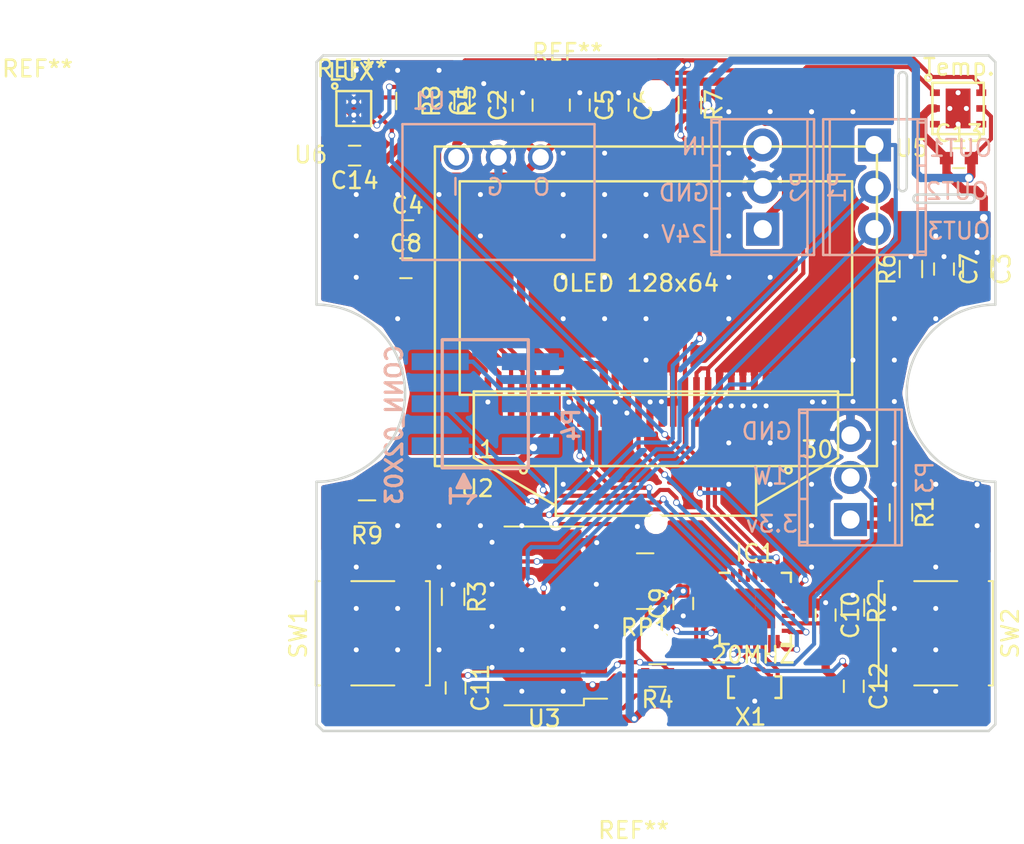
<source format=kicad_pcb>
(kicad_pcb (version 4) (host pcbnew 4.0.7)
  (layers (0 F.Cu signal) (31 B.Cu signal) (34 B.Paste user) (35 F.Paste user) (36 B.SilkS user) (37 F.SilkS user) (38 B.Mask user) (39 F.Mask user) (44 Edge.Cuts user))
  (net 0 "")
  (net 1 +3V3)
  (net 2 /SDA)
  (net 3 "Net-(C4-Pad1)")
  (net 4 "Net-(C4-Pad2)")
  (net 5 "Net-(C8-Pad1)")
  (net 6 "Net-(C8-Pad2)")
  (net 7 /~RES)
  (net 8 GND)
  (net 9 "Net-(C7-Pad2)")
  (net 10 /BT_RIGHT)
  (net 11 /OUT3)
  (net 12 /OUT2)
  (net 13 /OUT1)
  (net 14 /IN1)
  (net 15 /1W)
  (net 16 /BT_LEFT)
  (net 17 /MOSI)
  (net 18 /MISO)
  (net 19 /SCK)
  (net 20 /INT)
  (net 21 /SCL)
  (net 22 /RST)
  (net 23 "Net-(P1-Pad3)")
  (net 24 +24V)
  (net 25 "Net-(P2-Pad3)")
  (net 26 "Net-(P2-Pad1)")
  (net 27 "Net-(P2-Pad2)")
  (net 28 "Net-(R4-Pad2)")
  (net 29 "Net-(R6-Pad1)")
  (net 30 "Net-(C3-Pad2)")
  (net 31 "Net-(U5-Pad3)")
  (net 32 "Net-(RP1-Pad7)")
  (net 33 "Net-(RP1-Pad6)")
  (net 34 "Net-(RP1-Pad5)")
  (net 35 "Net-(IC1-Pad5)")
  (net 36 "Net-(IC1-Pad6)")
  (module housings:1.0mm_NPTH (layer F.Cu) (at 84 57)
    (fp_text reference REF** (at -0.75 2.9) (layer F.SilkS))
    (fp_text value "1.0mm NPTH")
    (pad "" np_thru_hole circle (at 36.6 30.3) (size 1 1) (drill 1) (layers *.Cu *.Mask))
  )
  (module Connectors:pin_2x6_smd (layer B.Cu) (at 110.294 80.137 90)
    (fp_text reference P4 (at -1.27 5.2 90) (layer B.SilkS) (effects (font (size 0.99822 0.99822) (thickness 0.19812)) (justify mirror)))
    (fp_text value CONN_02X03 (at -1.27 -5.5 90) (layer B.SilkS) (effects (font (size 0.99568 0.99568) (thickness 0.19558)) (justify mirror)))
    (pad 1 smd rect (at -2.54 -2.725 90) (size 1.02 3.45) (layers B.Cu B.Paste B.Mask) (net 18 /MISO))
    (pad 2 smd rect (at -2.54 2.725 90) (size 1.02 3.45) (layers B.Cu B.Paste B.Mask) (net 1 +3V3))
    (pad 3 smd rect (at 0 -2.725 90) (size 1.02 3.45) (layers B.Cu B.Paste B.Mask) (net 19 /SCK))
    (pad 4 smd rect (at 0 2.725 90) (size 1.02 3.45) (layers B.Cu B.Paste B.Mask) (net 17 /MOSI))
    (pad 5 smd rect (at 2.54 -2.725 90) (size 1.02 3.45) (layers B.Cu B.Paste B.Mask) (net 22 /RST))
    (pad 6 smd rect (at 2.54 2.725 90) (size 1.02 3.45) (layers B.Cu B.Paste B.Mask) (net 8 GND))
  )
  (module housings:1.5mm_NPTH (layer F.Cu) (at 103 57)
    (fp_text reference REF** (at -0.75 2.9) (layer F.SilkS))
    (fp_text value "1.5mm NPTH")
    (pad "" np_thru_hole circle (at 17.6 4.5) (size 1.5 1.5) (drill 1.5) (layers *.Cu *.Mask))
  )
  (module housings:1.0mm_NPTH (layer F.Cu) (at 116 56)
    (fp_text reference REF** (at -0.75 2.9) (layer F.SilkS))
    (fp_text value "1.0mm NPTH")
    (pad "" np_thru_hole circle (at 4.6 43.2) (size 1 1) (drill 1) (layers *.Cu *.Mask))
  )
  (module housings:1.5mm_NPTH (layer F.Cu) (at 120 103)
    (fp_text reference REF** (at -0.75 2.9) (layer F.SilkS))
    (fp_text value "1.5mm NPTH")
    (pad "" np_thru_hole circle (at 0.6 -8.5) (size 1.5 1.5) (drill 1.5) (layers *.Cu))
  )
  (module Resistors_SMD:R_0603 (layer F.Cu) (at 105.6 61.85 270)
    (fp_text reference R8 (at 0 -1.45 270) (layer F.SilkS))
    (fp_text value 1k8)
    (pad 1 smd rect (at -0.75 0 270) (size 0.5 0.9) (layers F.Cu F.Paste F.Mask) (net 21 /SCL))
    (pad 2 smd rect (at 0.75 0 270) (size 0.5 0.9) (layers F.Cu F.Paste F.Mask) (net 1 +3V3))
  )
  (module Capacitors_SMD:C_0603 (layer F.Cu) (at 105.6 69.65)
    (fp_text reference C4 (at 0 -1.5) (layer F.SilkS))
    (fp_text value 1uF)
    (pad 1 smd rect (at -0.75 0) (size 0.8 0.75) (layers F.Cu F.Paste F.Mask) (net 3 "Net-(C4-Pad1)"))
    (pad 2 smd rect (at 0.75 0) (size 0.8 0.75) (layers F.Cu F.Paste F.Mask) (net 4 "Net-(C4-Pad2)"))
  )
  (module Capacitors_SMD:C_0603 (layer F.Cu) (at 116 62.1 270)
    (fp_text reference C5 (at 0 -1.5 270) (layer F.SilkS))
    (fp_text value 1uF)
    (pad 1 smd rect (at -0.75 0 270) (size 0.8 0.75) (layers F.Cu F.Paste F.Mask) (net 8 GND))
    (pad 2 smd rect (at 0.75 0 270) (size 0.8 0.75) (layers F.Cu F.Paste F.Mask) (net 1 +3V3))
  )
  (module Capacitors_SMD:C_0603 (layer F.Cu) (at 118.35 62.1 270)
    (fp_text reference C6 (at 0 -1.5 270) (layer F.SilkS))
    (fp_text value 1uF)
    (pad 1 smd rect (at -0.75 0 270) (size 0.8 0.75) (layers F.Cu F.Paste F.Mask) (net 8 GND))
    (pad 2 smd rect (at 0.75 0 270) (size 0.8 0.75) (layers F.Cu F.Paste F.Mask) (net 1 +3V3))
  )
  (module Capacitors_SMD:C_0603 (layer F.Cu) (at 138 72 270)
    (fp_text reference C7 (at 0 -1.5 270) (layer F.SilkS))
    (fp_text value 2.2uF)
    (pad 1 smd rect (at -0.75 0 270) (size 0.8 0.75) (layers F.Cu F.Paste F.Mask) (net 8 GND))
    (pad 2 smd rect (at 0.75 0 270) (size 0.8 0.75) (layers F.Cu F.Paste F.Mask) (net 9 "Net-(C7-Pad2)"))
  )
  (module Capacitors_SMD:C_0603 (layer F.Cu) (at 105.5 71.95)
    (fp_text reference C8 (at 0 -1.5) (layer F.SilkS))
    (fp_text value 1uF)
    (pad 1 smd rect (at -0.75 0) (size 0.8 0.75) (layers F.Cu F.Paste F.Mask) (net 5 "Net-(C8-Pad1)"))
    (pad 2 smd rect (at 0.75 0) (size 0.8 0.75) (layers F.Cu F.Paste F.Mask) (net 6 "Net-(C8-Pad2)"))
  )
  (module Resistors_SMD:R_0603 (layer F.Cu) (at 135.4 86.7 270)
    (fp_text reference R1 (at 0 -1.45 270) (layer F.SilkS))
    (fp_text value 4k7)
    (pad 1 smd rect (at -0.75 0 270) (size 0.5 0.9) (layers F.Cu F.Paste F.Mask) (net 15 /1W))
    (pad 2 smd rect (at 0.75 0 270) (size 0.5 0.9) (layers F.Cu F.Paste F.Mask) (net 1 +3V3))
  )
  (module Resistors_SMD:R_0603 (layer F.Cu) (at 132.5 92.45 270)
    (fp_text reference R2 (at 0 -1.45 270) (layer F.SilkS))
    (fp_text value 10k)
    (pad 1 smd rect (at -0.75 0 270) (size 0.5 0.9) (layers F.Cu F.Paste F.Mask) (net 8 GND))
    (pad 2 smd rect (at 0.75 0 270) (size 0.5 0.9) (layers F.Cu F.Paste F.Mask) (net 10 /BT_RIGHT))
  )
  (module Resistors_SMD:R_0603 (layer F.Cu) (at 108.35 91.8 270)
    (fp_text reference R3 (at 0 -1.45 270) (layer F.SilkS))
    (fp_text value 10k)
    (pad 1 smd rect (at -0.75 0 270) (size 0.5 0.9) (layers F.Cu F.Paste F.Mask) (net 8 GND))
    (pad 2 smd rect (at 0.75 0 270) (size 0.5 0.9) (layers F.Cu F.Paste F.Mask) (net 16 /BT_LEFT))
  )
  (module Resistors_SMD:R_0603 (layer F.Cu) (at 120.7 96.55 180)
    (fp_text reference R4 (at 0 -1.45 180) (layer F.SilkS))
    (fp_text value 5K9)
    (pad 1 smd rect (at -0.75 0 180) (size 0.5 0.9) (layers F.Cu F.Paste F.Mask) (net 23 "Net-(P1-Pad3)"))
    (pad 2 smd rect (at 0.75 0 180) (size 0.5 0.9) (layers F.Cu F.Paste F.Mask) (net 28 "Net-(R4-Pad2)"))
  )
  (module Resistors_SMD:R_0603 (layer F.Cu) (at 107.75 61.85 270)
    (fp_text reference R5 (at 0 -1.45 270) (layer F.SilkS))
    (fp_text value 1k8)
    (pad 1 smd rect (at -0.75 0 270) (size 0.5 0.9) (layers F.Cu F.Paste F.Mask) (net 2 /SDA))
    (pad 2 smd rect (at 0.75 0 270) (size 0.5 0.9) (layers F.Cu F.Paste F.Mask) (net 1 +3V3))
  )
  (module Resistors_SMD:R_0603 (layer F.Cu) (at 136 72 90)
    (fp_text reference R6 (at 0 -1.45 90) (layer F.SilkS))
    (fp_text value 390k)
    (pad 1 smd rect (at -0.75 0 90) (size 0.5 0.9) (layers F.Cu F.Paste F.Mask) (net 29 "Net-(R6-Pad1)"))
    (pad 2 smd rect (at 0.75 0 90) (size 0.5 0.9) (layers F.Cu F.Paste F.Mask) (net 8 GND))
  )
  (module Resistors_SMD:R_0603 (layer F.Cu) (at 122.65 62.1 270)
    (fp_text reference R7 (at 0 -1.45 270) (layer F.SilkS))
    (fp_text value 10k)
    (pad 1 smd rect (at -0.75 0 270) (size 0.5 0.9) (layers F.Cu F.Paste F.Mask) (net 1 +3V3))
    (pad 2 smd rect (at 0.75 0 270) (size 0.5 0.9) (layers F.Cu F.Paste F.Mask) (net 7 /~RES))
  )
  (module Buttons_Switches_SMD:SW_SPST_B3S-1000 (layer F.Cu) (at 103.5 94 90)
    (fp_text reference SW1 (at 0 -4.5 90) (layer F.SilkS))
    (fp_text value Left)
    (pad 1 smd rect (at -3.975 -2.25 90) (size 1.55 1.3) (layers F.Cu F.Paste F.Mask) (net 1 +3V3))
    (pad 1 smd rect (at 3.975 -2.25 90) (size 1.55 1.3) (layers F.Cu F.Paste F.Mask) (net 1 +3V3))
    (pad 2 smd rect (at -3.975 2.25 90) (size 1.55 1.3) (layers F.Cu F.Paste F.Mask) (net 16 /BT_LEFT))
    (pad 2 smd rect (at 3.975 2.25 90) (size 1.55 1.3) (layers F.Cu F.Paste F.Mask) (net 16 /BT_LEFT))
  )
  (module Buttons_Switches_SMD:SW_SPST_B3S-1000 (layer F.Cu) (at 137.5 94 270)
    (fp_text reference SW2 (at 0 -4.5 270) (layer F.SilkS))
    (fp_text value Right)
    (pad 1 smd rect (at -3.975 -2.25 270) (size 1.55 1.3) (layers F.Cu F.Paste F.Mask) (net 1 +3V3))
    (pad 1 smd rect (at 3.975 -2.25 270) (size 1.55 1.3) (layers F.Cu F.Paste F.Mask) (net 1 +3V3))
    (pad 2 smd rect (at -3.975 2.25 270) (size 1.55 1.3) (layers F.Cu F.Paste F.Mask) (net 10 /BT_RIGHT))
    (pad 2 smd rect (at 3.975 2.25 270) (size 1.55 1.3) (layers F.Cu F.Paste F.Mask) (net 10 /BT_RIGHT))
  )
  (module Capacitors_SMD:C_0603 (layer F.Cu) (at 122.2502 92.202 90)
    (fp_text reference C9 (at 0 -1.5 90) (layer F.SilkS))
    (fp_text value 100nF)
    (pad 1 smd rect (at -0.75 0 90) (size 0.8 0.75) (layers F.Cu F.Paste F.Mask) (net 8 GND))
    (pad 2 smd rect (at 0.75 0 90) (size 0.8 0.75) (layers F.Cu F.Paste F.Mask) (net 1 +3V3))
  )
  (module Capacitors_SMD:C_0603 (layer F.Cu) (at 130.85 92.9 270)
    (fp_text reference C10 (at 0 -1.5 270) (layer F.SilkS))
    (fp_text value 100nF)
    (pad 1 smd rect (at -0.75 0 270) (size 0.8 0.75) (layers F.Cu F.Paste F.Mask) (net 8 GND))
    (pad 2 smd rect (at 0.75 0 270) (size 0.8 0.75) (layers F.Cu F.Paste F.Mask) (net 1 +3V3))
  )
  (module Capacitors_SMD:C_0603 (layer F.Cu) (at 108.5 97.3 270)
    (fp_text reference C11 (at 0 -1.5 270) (layer F.SilkS))
    (fp_text value 100nF)
    (pad 1 smd rect (at -0.75 0 270) (size 0.8 0.75) (layers F.Cu F.Paste F.Mask) (net 16 /BT_LEFT))
    (pad 2 smd rect (at 0.75 0 270) (size 0.8 0.75) (layers F.Cu F.Paste F.Mask) (net 1 +3V3))
  )
  (module Capacitors_SMD:C_0603 (layer F.Cu) (at 132.55 97.2 270)
    (fp_text reference C12 (at 0 -1.5 270) (layer F.SilkS))
    (fp_text value 100nF)
    (pad 1 smd rect (at -0.75 0 270) (size 0.8 0.75) (layers F.Cu F.Paste F.Mask) (net 10 /BT_RIGHT))
    (pad 2 smd rect (at 0.75 0 270) (size 0.8 0.75) (layers F.Cu F.Paste F.Mask) (net 1 +3V3))
  )
  (module Capacitors_SMD:C_0603 (layer F.Cu) (at 138.9 65.3)
    (fp_text reference C13 (at 0 -1.5) (layer F.SilkS))
    (fp_text value 100nF)
    (pad 1 smd rect (at -0.75 0) (size 0.8 0.75) (layers F.Cu F.Paste F.Mask) (net 8 GND))
    (pad 2 smd rect (at 0.75 0) (size 0.8 0.75) (layers F.Cu F.Paste F.Mask) (net 1 +3V3))
  )
  (module Capacitors_SMD:C_0603 (layer F.Cu) (at 102.4 65.15 180)
    (fp_text reference C14 (at 0 -1.5 180) (layer F.SilkS))
    (fp_text value 100nF)
    (pad 1 smd rect (at -0.75 0 180) (size 0.8 0.75) (layers F.Cu F.Paste F.Mask) (net 8 GND))
    (pad 2 smd rect (at 0.75 0 180) (size 0.8 0.75) (layers F.Cu F.Paste F.Mask) (net 1 +3V3))
  )
  (module Resistors_SMD:R_0603 (layer F.Cu) (at 103.15 86.65 180)
    (fp_text reference R9 (at 0 -1.45 180) (layer F.SilkS))
    (fp_text value 10K)
    (pad 1 smd rect (at -0.75 0 180) (size 0.5 0.9) (layers F.Cu F.Paste F.Mask) (net 22 /RST))
    (pad 2 smd rect (at 0.75 0 180) (size 0.5 0.9) (layers F.Cu F.Paste F.Mask) (net 1 +3V3))
  )
  (module Resistors_SMD:R_Array_Convex_4x0603 (layer F.Cu) (at 119.95 90.85 180)
    (fp_text reference RP1 (at 0 -2.8 180) (layer F.SilkS))
    (fp_text value 330R)
    (pad 1 smd rect (at -0.9 -1.2 180) (size 0.8 0.5) (layers F.Cu F.Paste F.Mask))
    (pad 3 smd rect (at -0.9 0.4 180) (size 0.8 0.4) (layers F.Cu F.Paste F.Mask) (net 12 /OUT2))
    (pad 2 smd rect (at -0.9 -0.4 180) (size 0.8 0.4) (layers F.Cu F.Paste F.Mask) (net 13 /OUT1))
    (pad 4 smd rect (at -0.9 1.2 180) (size 0.8 0.5) (layers F.Cu F.Paste F.Mask) (net 11 /OUT3))
    (pad 7 smd rect (at 0.9 -0.4 180) (size 0.8 0.4) (layers F.Cu F.Paste F.Mask) (net 32 "Net-(RP1-Pad7)"))
    (pad 8 smd rect (at 0.9 -1.2 180) (size 0.8 0.5) (layers F.Cu F.Paste F.Mask))
    (pad 6 smd rect (at 0.9 0.4 180) (size 0.8 0.4) (layers F.Cu F.Paste F.Mask) (net 33 "Net-(RP1-Pad6)"))
    (pad 5 smd rect (at 0.9 1.2 180) (size 0.8 0.5) (layers F.Cu F.Paste F.Mask) (net 34 "Net-(RP1-Pad5)"))
  )
  (module Capacitors_SMD:C_0805 (layer F.Cu) (at 110.2 61.8 90)
    (fp_text reference C1 (at 0 -1.5 90) (layer F.SilkS))
    (fp_text value 10u)
    (pad 1 smd rect (at -1 0 90) (size 1 1.25) (layers F.Cu F.Paste F.Mask) (net 24 +24V))
    (pad 2 smd rect (at 1 0 90) (size 1 1.25) (layers F.Cu F.Paste F.Mask) (net 8 GND))
  )
  (module Capacitors_SMD:C_0603 (layer F.Cu) (at 112.55 62.1 90)
    (fp_text reference C2 (at 0 -1.5 90) (layer F.SilkS))
    (fp_text value 10u)
    (pad 1 smd rect (at -0.75 0 90) (size 0.8 0.75) (layers F.Cu F.Paste F.Mask) (net 1 +3V3))
    (pad 2 smd rect (at 0.75 0 90) (size 0.8 0.75) (layers F.Cu F.Paste F.Mask) (net 8 GND))
  )
  (module Capacitors_SMD:C_0805 (layer F.Cu) (at 140 72 270)
    (fp_text reference C3 (at 0 -1.5 270) (layer F.SilkS))
    (fp_text value 10uF)
    (pad 1 smd rect (at -1 0 270) (size 1 1.25) (layers F.Cu F.Paste F.Mask) (net 8 GND))
    (pad 2 smd rect (at 1 0 270) (size 1 1.25) (layers F.Cu F.Paste F.Mask) (net 30 "Net-(C3-Pad2)"))
  )
  (module housings:QFN-28-1EP_4x4mm_Pitch0.45mm (layer F.Cu) (at 126.6 92.5)
    (fp_text reference IC1 (at 0 -3.35) (layer F.SilkS))
    (fp_text value ATMEGA328P-MM)
    (pad 1 smd rect (at -2 -1.35) (size 0.8 0.25) (layers F.Cu F.Paste F.Mask) (net 11 /OUT3))
    (pad 2 smd rect (at -2 -0.9) (size 0.8 0.25) (layers F.Cu F.Paste F.Mask) (net 12 /OUT2))
    (pad 3 smd rect (at -2 -0.45) (size 0.8 0.25) (layers F.Cu F.Paste F.Mask) (net 1 +3V3))
    (pad 4 smd rect (at -2 0) (size 0.8 0.25) (layers F.Cu F.Paste F.Mask) (net 8 GND))
    (pad 5 smd rect (at -2 0.45) (size 0.8 0.25) (layers F.Cu F.Paste F.Mask) (net 35 "Net-(IC1-Pad5)"))
    (pad 6 smd rect (at -2 0.9) (size 0.8 0.25) (layers F.Cu F.Paste F.Mask) (net 36 "Net-(IC1-Pad6)"))
    (pad 7 smd rect (at -2 1.35) (size 0.8 0.25) (layers F.Cu F.Paste F.Mask) (net 13 /OUT1))
    (pad 8 smd rect (at -1.35 2 90) (size 0.8 0.25) (layers F.Cu F.Paste F.Mask))
    (pad 9 smd rect (at -0.9 2 90) (size 0.8 0.25) (layers F.Cu F.Paste F.Mask) (net 15 /1W))
    (pad 10 smd rect (at -0.45 2 90) (size 0.8 0.25) (layers F.Cu F.Paste F.Mask) (net 16 /BT_LEFT))
    (pad 11 smd rect (at 0 2 90) (size 0.8 0.25) (layers F.Cu F.Paste F.Mask) (net 10 /BT_RIGHT))
    (pad 12 smd rect (at 0.45 2 90) (size 0.8 0.25) (layers F.Cu F.Paste F.Mask) (net 14 /IN1))
    (pad 13 smd rect (at 0.9 2 90) (size 0.8 0.25) (layers F.Cu F.Paste F.Mask) (net 17 /MOSI))
    (pad 14 smd rect (at 1.35 2 90) (size 0.8 0.25) (layers F.Cu F.Paste F.Mask) (net 18 /MISO))
    (pad 15 smd rect (at 2 1.35) (size 0.8 0.25) (layers F.Cu F.Paste F.Mask) (net 19 /SCK))
    (pad 16 smd rect (at 2 0.9) (size 0.8 0.25) (layers F.Cu F.Paste F.Mask) (net 1 +3V3))
    (pad 17 smd rect (at 2 0.45) (size 0.8 0.25) (layers F.Cu F.Paste F.Mask))
    (pad 18 smd rect (at 2 0) (size 0.8 0.25) (layers F.Cu F.Paste F.Mask) (net 8 GND))
    (pad 19 smd rect (at 2 -0.45) (size 0.8 0.25) (layers F.Cu F.Paste F.Mask))
    (pad 20 smd rect (at 2 -0.9) (size 0.8 0.25) (layers F.Cu F.Paste F.Mask))
    (pad 21 smd rect (at 2 -1.35) (size 0.8 0.25) (layers F.Cu F.Paste F.Mask) (net 20 /INT))
    (pad 22 smd rect (at 1.35 -2 90) (size 0.8 0.25) (layers F.Cu F.Paste F.Mask) (net 7 /~RES))
    (pad 23 smd rect (at 0.9 -2 90) (size 0.8 0.25) (layers F.Cu F.Paste F.Mask) (net 2 /SDA))
    (pad 24 smd rect (at 0.45 -2 90) (size 0.8 0.25) (layers F.Cu F.Paste F.Mask) (net 21 /SCL))
    (pad 25 smd rect (at 0 -2 90) (size 0.8 0.25) (layers F.Cu F.Paste F.Mask) (net 22 /RST))
    (pad 26 smd rect (at -0.45 -2 90) (size 0.8 0.25) (layers F.Cu F.Paste F.Mask))
    (pad 27 smd rect (at -0.9 -2 90) (size 0.8 0.25) (layers F.Cu F.Paste F.Mask))
    (pad 28 smd rect (at -1.35 -2 90) (size 0.8 0.25) (layers F.Cu F.Paste F.Mask))
    (pad 29 smd rect (at 0.6 0.6) (size 1.2 1.2) (layers F.Cu F.Paste F.Mask))
    (pad 29 smd rect (at 0.6 -0.6) (size 1.2 1.2) (layers F.Cu F.Paste F.Mask))
    (pad 29 smd rect (at -0.6 0.6) (size 1.2 1.2) (layers F.Cu F.Paste F.Mask))
    (pad 29 smd rect (at -0.6 -0.6) (size 1.2 1.2) (layers F.Cu F.Paste F.Mask))
  )
  (module housings:USON6 (layer F.Cu) (at 102.35 62.3)
    (fp_text reference U6 (at -2.6 2.8) (layer F.SilkS))
    (fp_text value OPT3001)
    (pad 1 smd oval (at -0.95 -0.675) (size 0.5 0.25) (layers F.Cu F.Paste F.Mask) (net 1 +3V3))
    (pad 2 smd oval (at -0.95 0) (size 0.5 0.25) (layers F.Cu F.Paste F.Mask) (net 8 GND))
    (pad 3 smd oval (at -0.95 0.675) (size 0.5 0.25) (layers F.Cu F.Paste F.Mask) (net 8 GND))
    (pad 4 smd oval (at 0.95 0.675) (size 0.5 0.25) (layers F.Cu F.Paste F.Mask) (net 21 /SCL))
    (pad 5 smd oval (at 0.95 0) (size 0.5 0.25) (layers F.Cu F.Paste F.Mask) (net 20 /INT))
    (pad 6 smd oval (at 0.95 -0.675) (size 0.5 0.25) (layers F.Cu F.Paste F.Mask) (net 2 /SDA))
    (pad 3 smd rect (at 0 0) (size 0.65 1.35) (layers F.Cu F.Paste F.Mask) (net 8 GND))
    (pad 3 thru_hole circle (at 0 -0.4) (size 0.3 0.3) (drill 0.3) (layers *.Cu) (net 8 GND))
    (pad 3 thru_hole circle (at 0 0.4) (size 0.3 0.3) (drill 0.3) (layers *.Cu) (net 8 GND))
  )
  (module housings:PWSON6 (layer F.Cu) (at 138.85 62.3)
    (fp_text reference U5 (at -2.8 2.4) (layer F.SilkS))
    (fp_text value HDC1080)
    (pad 1 smd rect (at -1.4 -0.95) (size 0.6 0.4) (layers F.Cu F.Paste F.Mask) (net 2 /SDA))
    (pad 2 smd rect (at -1.4 0) (size 0.6 0.4) (layers F.Cu F.Paste F.Mask) (net 8 GND))
    (pad 3 smd rect (at -1.4 0.95) (size 0.6 0.4) (layers F.Cu F.Paste F.Mask) (net 31 "Net-(U5-Pad3)"))
    (pad 4 smd rect (at 1.4 0.95) (size 0.6 0.4) (layers F.Cu F.Paste F.Mask))
    (pad 5 smd rect (at 1.4 0) (size 0.6 0.4) (layers F.Cu F.Paste F.Mask) (net 1 +3V3))
    (pad 6 smd rect (at 1.4 -0.95) (size 0.6 0.4) (layers F.Cu F.Paste F.Mask) (net 21 /SCL))
    (pad 3 smd rect (at 0 0) (size 1.5 2.4) (layers F.Cu F.Paste F.Mask) (net 31 "Net-(U5-Pad3)"))
    (pad 8 smd rect (at 0.05 -0.95) (size 0.6 0.4) (layers F.Cu F.Paste F.Mask))
    (pad 3 thru_hole circle (at -0.5 0) (size 0.3 0.3) (drill 0.3) (layers *.Cu) (net 31 "Net-(U5-Pad3)"))
    (pad 3 thru_hole circle (at 0 -0.95) (size 0.3 0.3) (drill 0.3) (layers *.Cu) (net 31 "Net-(U5-Pad3)"))
    (pad 3 thru_hole circle (at 0.5 0) (size 0.3 0.3) (drill 0.3) (layers *.Cu) (net 31 "Net-(U5-Pad3)"))
    (pad 3 thru_hole circle (at 0 0.95) (size 0.3 0.3) (drill 0.3) (layers *.Cu) (net 31 "Net-(U5-Pad3)"))
  )
  (module housings:R-78Exx (layer B.Cu) (at 111.09 65.25)
    (fp_text reference U1 (at -4.2 -3.4) (layer B.SilkS) (effects (justify mirror)))
    (fp_text value R-78E3.3)
    (fp_text user O (at 2.6 1.8) (layer B.SilkS) (effects (justify mirror)))
    (fp_text user G (at -0.2 1.8) (layer B.SilkS) (effects (justify mirror)))
    (fp_text user I (at -2.6 1.8) (layer B.SilkS) (effects (justify mirror)))
    (pad 1 thru_hole circle (at -2.54 0) (size 1.524 1.524) (drill 1) (layers *.Cu *.Mask) (net 24 +24V))
    (pad 2 thru_hole circle (at 0 0) (size 1.524 1.524) (drill 1) (layers *.Cu *.Mask) (net 8 GND))
    (pad 3 thru_hole circle (at 2.54 0) (size 1.524 1.524) (drill 1) (layers *.Cu *.Mask) (net 1 +3V3))
  )
  (module housings:TerminalBlock_Pheonix_MPT-2.54mm_3pol (layer B.Cu) (at 132.35 87.13 90)
    (fp_text reference P3 (at 2.54 4.50088 90) (layer B.SilkS) (effects (justify mirror)))
    (fp_text value 1w)
    (pad 3 thru_hole oval (at 5.08 0 90) (size 1.99898 1.99898) (drill 1.09728) (layers *.Cu *.Mask) (net 8 GND))
    (pad 1 thru_hole rect (at 0 0 90) (size 1.99898 1.99898) (drill 1.09728) (layers *.Cu *.Mask) (net 1 +3V3))
    (pad 2 thru_hole oval (at 2.54 0 90) (size 1.99898 1.99898) (drill 1.09728) (layers *.Cu *.Mask) (net 15 /1W))
  )
  (module housings:TerminalBlock_Pheonix_MPT-2.54mm_3pol (layer B.Cu) (at 133.8 64.51 270)
    (fp_text reference P2 (at 2.54 4.50088 270) (layer B.SilkS) (effects (justify mirror)))
    (fp_text value Output)
    (pad 3 thru_hole oval (at 5.08 0 270) (size 1.99898 1.99898) (drill 1.09728) (layers *.Cu *.Mask) (net 25 "Net-(P2-Pad3)"))
    (pad 1 thru_hole rect (at 0 0 270) (size 1.99898 1.99898) (drill 1.09728) (layers *.Cu *.Mask) (net 26 "Net-(P2-Pad1)"))
    (pad 2 thru_hole oval (at 2.54 0 270) (size 1.99898 1.99898) (drill 1.09728) (layers *.Cu *.Mask) (net 27 "Net-(P2-Pad2)"))
  )
  (module housings:TerminalBlock_Pheonix_MPT-2.54mm_3pol (layer B.Cu) (at 127.05 69.59 90)
    (fp_text reference P1 (at 2.54 4.50088 90) (layer B.SilkS) (effects (justify mirror)))
    (fp_text value CONN_01X03)
    (pad 3 thru_hole oval (at 5.08 0 90) (size 1.99898 1.99898) (drill 1.09728) (layers *.Cu *.Mask) (net 23 "Net-(P1-Pad3)"))
    (pad 1 thru_hole rect (at 0 0 90) (size 1.99898 1.99898) (drill 1.09728) (layers *.Cu *.Mask) (net 24 +24V))
    (pad 2 thru_hole oval (at 2.54 0 90) (size 1.99898 1.99898) (drill 1.09728) (layers *.Cu *.Mask) (net 8 GND))
  )
  (module Housings_SSOP:SOP-16_4.4x10.4mm_Pitch1.27mm (layer F.Cu) (at 113.85 92.95 180)
    (fp_text reference U3 (at 0 -6.2 180) (layer F.SilkS))
    (fp_text value TLP290-4)
    (pad 1 smd rect (at -3.15 -4.45 180) (size 1.3 0.8) (layers F.Cu F.Paste F.Mask) (net 28 "Net-(R4-Pad2)"))
    (pad 2 smd rect (at -3.15 -3.17 180) (size 1.3 0.8) (layers F.Cu F.Paste F.Mask) (net 8 GND))
    (pad 3 smd rect (at -3.15 -1.91 180) (size 1.3 0.8) (layers F.Cu F.Paste F.Mask) (net 32 "Net-(RP1-Pad7)"))
    (pad 4 smd rect (at -3.15 -0.64 180) (size 1.3 0.8) (layers F.Cu F.Paste F.Mask) (net 8 GND))
    (pad 5 smd rect (at -3.15 0.64 180) (size 1.3 0.8) (layers F.Cu F.Paste F.Mask) (net 33 "Net-(RP1-Pad6)"))
    (pad 6 smd rect (at -3.15 1.91 180) (size 1.3 0.8) (layers F.Cu F.Paste F.Mask) (net 8 GND))
    (pad 7 smd rect (at -3.15 3.17 180) (size 1.3 0.8) (layers F.Cu F.Paste F.Mask) (net 34 "Net-(RP1-Pad5)"))
    (pad 8 smd rect (at -3.15 4.45 180) (size 1.3 0.8) (layers F.Cu F.Paste F.Mask) (net 8 GND))
    (pad 9 smd rect (at 3.15 4.45 180) (size 1.3 0.8) (layers F.Cu F.Paste F.Mask) (net 8 GND))
    (pad 10 smd rect (at 3.15 3.17 180) (size 1.3 0.8) (layers F.Cu F.Paste F.Mask) (net 25 "Net-(P2-Pad3)"))
    (pad 11 smd rect (at 3.15 1.91 180) (size 1.3 0.8) (layers F.Cu F.Paste F.Mask) (net 8 GND))
    (pad 12 smd rect (at 3.15 0.64 180) (size 1.3 0.8) (layers F.Cu F.Paste F.Mask) (net 27 "Net-(P2-Pad2)"))
    (pad 13 smd rect (at 3.15 -0.64 180) (size 1.3 0.8) (layers F.Cu F.Paste F.Mask) (net 8 GND))
    (pad 14 smd rect (at 3.15 -1.91 180) (size 1.3 0.8) (layers F.Cu F.Paste F.Mask) (net 26 "Net-(P2-Pad1)"))
    (pad 15 smd rect (at 3.15 -3.17 180) (size 1.3 0.8) (layers F.Cu F.Paste F.Mask) (net 8 GND))
    (pad 16 smd rect (at 3.15 -4.45 180) (size 1.3 0.8) (layers F.Cu F.Paste F.Mask) (net 14 /IN1))
  )
  (module modules:128x64_oled_raw_bend_same_side (layer F.Cu) (at 107.25 83.9)
    (fp_text reference U2 (at 2.55 1.35) (layer F.SilkS))
    (fp_text value 128x64_oled_raw)
    (fp_text user 30 (at 23.1 -1) (layer F.SilkS))
    (fp_text user 1 (at 3.15 -1) (layer F.SilkS))
    (fp_text user "OLED 128x64" (at 12.1158 -11.049) (layer F.SilkS))
    (pad 1 smd rect (at 3.2 -3.870512) (size 0.4 3) (layers F.Cu F.Paste F.Mask) (net 8 GND))
    (pad 2 smd rect (at 3.9 -3.870512) (size 0.4 3) (layers F.Cu F.Paste F.Mask) (net 5 "Net-(C8-Pad1)"))
    (pad 3 smd rect (at 4.6 -3.870512) (size 0.4 3) (layers F.Cu F.Paste F.Mask) (net 6 "Net-(C8-Pad2)"))
    (pad 4 smd rect (at 5.3 -3.870512) (size 0.4 3) (layers F.Cu F.Paste F.Mask) (net 3 "Net-(C4-Pad1)"))
    (pad 5 smd rect (at 6 -3.870512) (size 0.4 3) (layers F.Cu F.Paste F.Mask) (net 4 "Net-(C4-Pad2)"))
    (pad 6 smd rect (at 6.7 -3.870512) (size 0.4 3) (layers F.Cu F.Paste F.Mask) (net 1 +3V3))
    (pad 7 smd rect (at 7.4 -3.870512) (size 0.4 3) (layers F.Cu F.Paste F.Mask))
    (pad 8 smd rect (at 8.1 -3.870512) (size 0.4 3) (layers F.Cu F.Paste F.Mask) (net 8 GND))
    (pad 9 smd rect (at 8.8 -3.870512) (size 0.4 3) (layers F.Cu F.Paste F.Mask) (net 1 +3V3))
    (pad 10 smd rect (at 9.5 -3.870512) (size 0.4 3) (layers F.Cu F.Paste F.Mask) (net 8 GND))
    (pad 11 smd rect (at 10.2 -3.870512) (size 0.4 3) (layers F.Cu F.Paste F.Mask) (net 1 +3V3))
    (pad 12 smd rect (at 10.9 -3.870512) (size 0.4 3) (layers F.Cu F.Paste F.Mask) (net 8 GND))
    (pad 13 smd rect (at 11.6 -3.870512) (size 0.4 3) (layers F.Cu F.Paste F.Mask) (net 8 GND))
    (pad 14 smd rect (at 12.3 -3.870512) (size 0.4 3) (layers F.Cu F.Paste F.Mask) (net 7 /~RES))
    (pad 15 smd rect (at 13 -3.870512) (size 0.4 3) (layers F.Cu F.Paste F.Mask) (net 8 GND))
    (pad 16 smd rect (at 13.7 -3.870512) (size 0.4 3) (layers F.Cu F.Paste F.Mask) (net 8 GND))
    (pad 17 smd rect (at 14.4 -3.870512) (size 0.4 3) (layers F.Cu F.Paste F.Mask) (net 8 GND))
    (pad 18 smd rect (at 15.1 -3.870512) (size 0.4 3) (layers F.Cu F.Paste F.Mask) (net 21 /SCL))
    (pad 19 smd rect (at 15.8 -3.870512) (size 0.4 3) (layers F.Cu F.Paste F.Mask) (net 2 /SDA))
    (pad 20 smd rect (at 16.5 -3.870512) (size 0.4 3) (layers F.Cu F.Paste F.Mask) (net 2 /SDA))
    (pad 21 smd rect (at 17.2 -3.870512) (size 0.4 3) (layers F.Cu F.Paste F.Mask) (net 8 GND))
    (pad 22 smd rect (at 17.9 -3.870512) (size 0.4 3) (layers F.Cu F.Paste F.Mask) (net 8 GND))
    (pad 23 smd rect (at 18.6 -3.870512) (size 0.4 3) (layers F.Cu F.Paste F.Mask) (net 8 GND))
    (pad 24 smd rect (at 19.3 -3.870512) (size 0.4 3) (layers F.Cu F.Paste F.Mask) (net 8 GND))
    (pad 25 smd rect (at 20 -3.870512) (size 0.4 3) (layers F.Cu F.Paste F.Mask) (net 8 GND))
    (pad 26 smd rect (at 20.7 -3.870512) (size 0.4 3) (layers F.Cu F.Paste F.Mask) (net 29 "Net-(R6-Pad1)"))
    (pad 27 smd rect (at 21.4 -3.870512) (size 0.4 3) (layers F.Cu F.Paste F.Mask) (net 9 "Net-(C7-Pad2)"))
    (pad 28 smd rect (at 22.1 -3.870512) (size 0.4 3) (layers F.Cu F.Paste F.Mask) (net 30 "Net-(C3-Pad2)"))
    (pad 29 smd rect (at 22.8 -3.870512) (size 0.4 3) (layers F.Cu F.Paste F.Mask) (net 8 GND))
    (pad 30 smd rect (at 23.5 -3.870512) (size 0.4 3) (layers F.Cu F.Paste F.Mask) (net 8 GND))
  )
  (module Resonator:CSTCE_V (layer F.Cu) (at 126.5682 97.2566 180)
    (fp_text reference X1 (at 0.25 -1.8 180) (layer F.SilkS))
    (fp_text value 20MHZ (at 0.1 1.95 180) (layer F.SilkS))
    (pad 1 smd rect (at -0.95 0 180) (size 0.3 1.6) (layers F.Cu F.Paste F.Mask) (net 36 "Net-(IC1-Pad6)"))
    (pad 3 smd rect (at 0 0 180) (size 0.3 1.6) (layers F.Cu F.Paste F.Mask) (net 8 GND))
    (pad 2 smd rect (at 0.95 0 180) (size 0.3 1.6) (layers F.Cu F.Paste F.Mask) (net 35 "Net-(IC1-Pad5)"))
  )
  (gr_text 3.3v (at 127.6 87.4) (layer B.SilkS) (effects (font (size 1 1)) (justify mirror)))
  (gr_text 1W (at 127.5 84.5) (layer B.SilkS) (effects (font (size 1 1)) (justify mirror)))
  (gr_text GND (at 127.3 81.8) (layer B.SilkS) (effects (font (size 1 1)) (justify mirror)))
  (gr_text LUX (at 102.2 60.1) (layer F.SilkS) (effects (font (size 1 1))))
  (gr_text Temp. (at 138.9 59.8) (layer F.SilkS) (effects (font (size 1 1))))
  (gr_text OUT3 (at 138.9 69.7) (layer B.SilkS) (effects (font (size 1 1)) (justify mirror)))
  (gr_text OUT2 (at 138.8 67.3) (layer B.SilkS) (effects (font (size 1 1)) (justify mirror)))
  (gr_text OUT1 (at 139 64.7) (layer B.SilkS) (effects (font (size 1 1)) (justify mirror)))
  (gr_text 24V (at 122.3 69.9) (layer B.SilkS) (effects (font (size 1 1)) (justify mirror)))
  (gr_text GND (at 122.3 67.4) (layer B.SilkS) (effects (font (size 1 1)) (justify mirror)))
  (gr_text IN (at 122.9 64.6) (layer B.SilkS) (effects (font (size 1 1)) (justify mirror)))
  (gr_line (start 136.75 68) (end 136.4 68) (layer Edge.Cuts) (width 0.15))
  (gr_line (start 136.4 67.5) (end 136.75 67.5) (layer Edge.Cuts) (width 0.15))
  (gr_arc (start 136.4 67.75) (end 136.4 68) (angle 180) (layer Edge.Cuts) (width 0.15))
  (gr_arc (start 139.6 67.75) (end 139.6 67.5) (angle 180) (layer Edge.Cuts) (width 0.15))
  (gr_arc (start 135.5 60.35) (end 135.25 60.35) (angle 180) (layer Edge.Cuts) (width 0.15))
  (gr_arc (start 135.5 67.05) (end 135.75 67.05) (angle 180) (layer Edge.Cuts) (width 0.15))
  (gr_line (start 136.75 68) (end 139.6 68) (layer Edge.Cuts) (width 0.15))
  (gr_line (start 139.6 67.5) (end 136.75 67.5) (layer Edge.Cuts) (width 0.15))
  (gr_line (start 135.75 67.05) (end 135.763 60.35) (layer Edge.Cuts) (width 0.15))
  (gr_line (start 135.255 60.35) (end 135.25 67.05) (layer Edge.Cuts) (width 0.15))
  (gr_arc (start 141.1 79.5) (end 141.1 84.85) (angle 180) (layer Edge.Cuts) (width 0.15))
  (gr_arc (start 100.1 79.5) (end 100.1 74.15) (angle 180) (layer Edge.Cuts) (width 0.15))
  (gr_line (start 141.1 84.85) (end 141.1 99.5) (layer Edge.Cuts) (width 0.15))
  (gr_line (start 141.1 74.15) (end 141.1 59.5) (layer Edge.Cuts) (width 0.15))
  (gr_line (start 100.5 59.1) (end 140.7 59.1) (layer Edge.Cuts) (width 0.15))
  (gr_line (start 100.1 84.85) (end 100.1 99.5) (layer Edge.Cuts) (width 0.15))
  (gr_line (start 100.1 74.15) (end 100.1 59.5) (layer Edge.Cuts) (width 0.15))
  (gr_line (start 100.1 99.5) (end 100.5 99.9) (layer Edge.Cuts) (width 0.15))
  (gr_line (start 140.7 99.9) (end 141.1 99.5) (layer Edge.Cuts) (width 0.15))
  (gr_line (start 140.7 59.1) (end 141.1 59.5) (layer Edge.Cuts) (width 0.15))
  (gr_line (start 100.1 59.5) (end 100.5 59.1) (layer Edge.Cuts) (width 0.15))
  (gr_line (start 100.5 99.9) (end 140.7 99.9) (layer Edge.Cuts) (width 0.15))
  (segment (start 124.6 92.05) (end 122.85 92.05) (width 0.25) (layer F.Cu) (net 1))
  (segment (start 122.85 92.05) (end 122.25 91.45) (width 0.25) (layer F.Cu) (net 1))
  (segment (start 122.25 91.45) (end 121.967158 91.45) (width 0.5) (layer B.Cu) (net 1))
  (segment (start 119.019294 94.397864) (end 119.019294 98.886098) (width 0.5) (layer B.Cu) (net 1))
  (segment (start 119.019294 98.886098) (end 119.093198 98.960002) (width 0.5) (layer B.Cu) (net 1))
  (segment (start 119.093198 98.960002) (end 119.293197 99.160001) (width 0.5) (layer B.Cu) (net 1))
  (segment (start 121.967158 91.45) (end 119.019294 94.397864) (width 0.5) (layer B.Cu) (net 1))
  (segment (start 120.163199 98.289999) (end 121.049998 98.289999) (width 0.5) (layer F.Cu) (net 1))
  (segment (start 106.9 99.160001) (end 119.293197 99.160001) (width 0.5) (layer F.Cu) (net 1))
  (segment (start 121.049998 98.289999) (end 121.92 99.160001) (width 0.5) (layer F.Cu) (net 1))
  (segment (start 121.92 99.160001) (end 133.735001 99.160001) (width 0.5) (layer F.Cu) (net 1))
  (segment (start 119.293197 99.160001) (end 120.163199 98.289999) (width 0.5) (layer F.Cu) (net 1))
  (via (at 119.293197 99.160001) (size 0.4) (drill 0.3) (layers F.Cu B.Cu) (net 1))
  (segment (start 139.5 66.5) (end 136.6 66.5) (width 0.5) (layer B.Cu) (net 1))
  (segment (start 136.6 66.5) (end 136.3 66.2) (width 0.5) (layer B.Cu) (net 1))
  (segment (start 136.3 66.2) (end 136.3 59.8) (width 0.5) (layer B.Cu) (net 1))
  (segment (start 136.3 59.8) (end 135.9 59.4) (width 0.5) (layer B.Cu) (net 1))
  (segment (start 135.9 59.4) (end 125.1564 59.4) (width 0.5) (layer B.Cu) (net 1))
  (segment (start 125.1564 59.4) (end 125.1458 59.4106) (width 0.5) (layer B.Cu) (net 1))
  (segment (start 125.1458 59.4106) (end 123.698 60.8584) (width 0.5) (layer B.Cu) (net 1))
  (segment (start 123.698 60.8584) (end 123.698 62.103) (width 0.5) (layer B.Cu) (net 1))
  (segment (start 123.273736 62.103) (end 123.698 62.103) (width 0.5) (layer F.Cu) (net 1))
  (segment (start 122.103 62.103) (end 123.273736 62.103) (width 0.5) (layer F.Cu) (net 1))
  (segment (start 121.9 61.9) (end 122.103 62.103) (width 0.5) (layer F.Cu) (net 1))
  (via (at 123.698 62.103) (size 0.6) (drill 0.45) (layers F.Cu B.Cu) (net 1))
  (segment (start 112.55 62.85) (end 112.55 64.17) (width 0.5) (layer F.Cu) (net 1))
  (segment (start 112.55 64.17) (end 113.63 65.25) (width 0.5) (layer F.Cu) (net 1))
  (segment (start 132.55 97.925) (end 131.5006 96.8756) (width 0.5) (layer F.Cu) (net 1))
  (segment (start 131.5006 96.8756) (end 130.85 96.225) (width 0.5) (layer F.Cu) (net 1))
  (segment (start 128.6 93.4) (end 130.6 93.4) (width 0.25) (layer F.Cu) (net 1))
  (segment (start 130.6 93.4) (end 130.85 93.65) (width 0.25) (layer F.Cu) (net 1))
  (segment (start 122.25 91.45) (end 122.25 91.475) (width 0.5) (layer B.Cu) (net 1))
  (segment (start 101.65 65.15) (end 101.65 64.525) (width 0.25) (layer F.Cu) (net 1))
  (segment (start 101.65 64.525) (end 100.86499 63.73999) (width 0.25) (layer F.Cu) (net 1))
  (segment (start 100.86499 63.73999) (end 100.86499 62.03501) (width 0.25) (layer F.Cu) (net 1))
  (segment (start 100.86499 62.03501) (end 101.275 61.625) (width 0.25) (layer F.Cu) (net 1))
  (segment (start 101.275 61.625) (end 101.4 61.625) (width 0.25) (layer F.Cu) (net 1))
  (segment (start 140.25 62.3) (end 140.35 62.3) (width 0.25) (layer F.Cu) (net 1))
  (segment (start 140.35 62.3) (end 140.835001 62.785001) (width 0.25) (layer F.Cu) (net 1))
  (segment (start 140.835001 62.785001) (end 140.835001 64.139999) (width 0.25) (layer F.Cu) (net 1))
  (segment (start 140.835001 64.139999) (end 139.675 65.3) (width 0.25) (layer F.Cu) (net 1))
  (segment (start 139.675 65.3) (end 139.65 65.3) (width 0.25) (layer F.Cu) (net 1))
  (segment (start 103.585001 99.160001) (end 106.9 99.160001) (width 0.5) (layer F.Cu) (net 1))
  (segment (start 106.9 99.160001) (end 107.414999 99.160001) (width 0.5) (layer F.Cu) (net 1))
  (segment (start 101.25 97.975) (end 102.4 97.975) (width 0.5) (layer F.Cu) (net 1))
  (segment (start 102.4 97.975) (end 103.585001 99.160001) (width 0.5) (layer F.Cu) (net 1))
  (segment (start 107.414999 99.160001) (end 108.5 98.075) (width 0.5) (layer F.Cu) (net 1))
  (segment (start 108.5 98.075) (end 108.5 98.05) (width 0.5) (layer F.Cu) (net 1))
  (segment (start 132.55 97.95) (end 132.55 97.925) (width 0.5) (layer F.Cu) (net 1))
  (segment (start 130.85 96.225) (end 130.85 94.55) (width 0.5) (layer F.Cu) (net 1))
  (segment (start 130.85 94.55) (end 130.85 93.65) (width 0.5) (layer F.Cu) (net 1))
  (segment (start 139.75 97.975) (end 138.6 97.975) (width 0.5) (layer F.Cu) (net 1))
  (segment (start 138.6 97.975) (end 137.414999 99.160001) (width 0.5) (layer F.Cu) (net 1))
  (segment (start 137.414999 99.160001) (end 133.735001 99.160001) (width 0.5) (layer F.Cu) (net 1))
  (segment (start 133.735001 99.160001) (end 132.55 97.975) (width 0.5) (layer F.Cu) (net 1))
  (segment (start 132.55 97.975) (end 132.55 97.95) (width 0.5) (layer F.Cu) (net 1))
  (segment (start 139.75 90.025) (end 139.75 97.975) (width 0.5) (layer F.Cu) (net 1))
  (segment (start 135.4 87.45) (end 137.3 87.45) (width 0.5) (layer F.Cu) (net 1))
  (segment (start 137.3 87.45) (end 139.75 89.9) (width 0.5) (layer F.Cu) (net 1))
  (segment (start 139.75 89.9) (end 139.75 90.025) (width 0.5) (layer F.Cu) (net 1))
  (segment (start 135.4 87.45) (end 132.67 87.45) (width 0.5) (layer F.Cu) (net 1))
  (segment (start 132.67 87.45) (end 132.35 87.13) (width 0.5) (layer F.Cu) (net 1))
  (segment (start 113.95 82.029488) (end 113.2 82.779488) (width 0.5) (layer F.Cu) (net 1))
  (segment (start 113.2 82.779488) (end 112.289489 83.689999) (width 0.5) (layer F.Cu) (net 1))
  (segment (start 113 82.579488) (end 113.2 82.779488) (width 0.5) (layer B.Cu) (net 1))
  (via (at 113.2 82.779488) (size 0.6) (drill 0.45) (layers F.Cu B.Cu) (net 1))
  (segment (start 101.25 97.975) (end 101.25 90.025) (width 0.5) (layer F.Cu) (net 1))
  (segment (start 102.4 86.65) (end 102.4 88.875) (width 0.5) (layer F.Cu) (net 1))
  (segment (start 102.4 88.875) (end 101.25 90.025) (width 0.5) (layer F.Cu) (net 1))
  (segment (start 113.95 80.029488) (end 113.95 82.029488) (width 0.5) (layer F.Cu) (net 1))
  (segment (start 112.289489 83.689999) (end 105.160001 83.689999) (width 0.5) (layer F.Cu) (net 1))
  (segment (start 105.160001 83.689999) (end 102.4 86.45) (width 0.5) (layer F.Cu) (net 1))
  (segment (start 102.4 86.45) (end 102.4 86.65) (width 0.5) (layer F.Cu) (net 1))
  (segment (start 112.457999 66.422001) (end 112.457999 76.057999) (width 0.5) (layer F.Cu) (net 1))
  (segment (start 112.457999 76.057999) (end 114.2 77.8) (width 0.5) (layer F.Cu) (net 1))
  (segment (start 114.2 77.8) (end 116 77.8) (width 0.5) (layer F.Cu) (net 1))
  (segment (start 116 77.8) (end 117.220512 77.8) (width 0.5) (layer F.Cu) (net 1))
  (segment (start 116.05 80.029488) (end 116.05 78.029488) (width 0.5) (layer F.Cu) (net 1))
  (segment (start 116.05 78.029488) (end 116 77.979488) (width 0.5) (layer F.Cu) (net 1))
  (segment (start 116 77.979488) (end 116 77.8) (width 0.5) (layer F.Cu) (net 1))
  (segment (start 113.95 80.029488) (end 113.95 78.05) (width 0.5) (layer F.Cu) (net 1))
  (segment (start 113.95 78.05) (end 114.2 77.8) (width 0.5) (layer F.Cu) (net 1))
  (segment (start 117.220512 77.8) (end 117.45 78.029488) (width 0.5) (layer F.Cu) (net 1))
  (segment (start 117.45 78.029488) (end 117.45 80.029488) (width 0.5) (layer F.Cu) (net 1))
  (segment (start 121.7 62.1) (end 121.9 61.9) (width 0.5) (layer F.Cu) (net 1))
  (segment (start 121.9 61.9) (end 122.45 61.35) (width 0.5) (layer F.Cu) (net 1))
  (segment (start 139.65 65.3) (end 139.65 66.35) (width 0.5) (layer F.Cu) (net 1))
  (segment (start 139.65 66.35) (end 139.5 66.5) (width 0.5) (layer F.Cu) (net 1))
  (via (at 139.5 66.5) (size 0.6) (drill 0.45) (layers F.Cu B.Cu) (net 1))
  (segment (start 105.6 62.6) (end 105.6 64.1) (width 0.5) (layer F.Cu) (net 1))
  (segment (start 105.6 64.1) (end 103.675 66.025) (width 0.5) (layer F.Cu) (net 1))
  (segment (start 103.675 66.025) (end 102.55 66.025) (width 0.5) (layer F.Cu) (net 1))
  (segment (start 102.55 66.025) (end 101.675 65.15) (width 0.5) (layer F.Cu) (net 1))
  (segment (start 101.675 65.15) (end 101.65 65.15) (width 0.5) (layer F.Cu) (net 1))
  (segment (start 107.75 62.6) (end 105.6 62.6) (width 0.5) (layer F.Cu) (net 1))
  (segment (start 113.63 65.25) (end 112.457999 66.422001) (width 0.5) (layer F.Cu) (net 1))
  (segment (start 112.457999 66.422001) (end 107.987439 66.422001) (width 0.5) (layer F.Cu) (net 1))
  (segment (start 107.987439 66.422001) (end 107.377999 65.812561) (width 0.5) (layer F.Cu) (net 1))
  (segment (start 107.377999 65.812561) (end 107.377999 63.722001) (width 0.5) (layer F.Cu) (net 1))
  (segment (start 107.377999 63.722001) (end 107.75 63.35) (width 0.5) (layer F.Cu) (net 1))
  (segment (start 107.75 63.35) (end 107.75 62.6) (width 0.5) (layer F.Cu) (net 1))
  (segment (start 118.35 62.85) (end 121.15 62.85) (width 0.5) (layer F.Cu) (net 1))
  (segment (start 121.15 62.85) (end 121.7 62.3) (width 0.5) (layer F.Cu) (net 1))
  (segment (start 121.7 62.3) (end 121.7 62.1) (width 0.5) (layer F.Cu) (net 1))
  (segment (start 122.45 61.35) (end 122.65 61.35) (width 0.5) (layer F.Cu) (net 1))
  (segment (start 116 62.85) (end 118.35 62.85) (width 0.5) (layer F.Cu) (net 1))
  (segment (start 113.63 65.25) (end 113.63 65.22) (width 0.5) (layer F.Cu) (net 1))
  (segment (start 113.63 65.22) (end 116 62.85) (width 0.5) (layer F.Cu) (net 1))
  (via (at 122.25 91.45) (size 0.4) (drill 0.3) (layers F.Cu B.Cu) (net 1))
  (segment (start 122.05 91.25) (end 122.25 91.45) (width 0.5) (layer F.Cu) (net 1))
  (segment (start 129.4 60) (end 123.496206 60) (width 0.25) (layer F.Cu) (net 2))
  (segment (start 123.346602 60.149604) (end 121.6618 60.149604) (width 0.25) (layer F.Cu) (net 2))
  (segment (start 121.317184 59.804988) (end 109.245012 59.804988) (width 0.25) (layer F.Cu) (net 2))
  (segment (start 123.496206 60) (end 123.346602 60.149604) (width 0.25) (layer F.Cu) (net 2))
  (segment (start 107.95 61.1) (end 107.75 61.1) (width 0.25) (layer F.Cu) (net 2))
  (segment (start 109.245012 59.804988) (end 107.95 61.1) (width 0.25) (layer F.Cu) (net 2))
  (segment (start 121.6618 60.149604) (end 121.317184 59.804988) (width 0.25) (layer F.Cu) (net 2))
  (segment (start 129.4 60) (end 129.5 60) (width 0.25) (layer F.Cu) (net 2))
  (segment (start 129.5 60) (end 129.7 59.8) (width 0.25) (layer F.Cu) (net 2))
  (segment (start 129.5 60.1) (end 129.4 60) (width 0.25) (layer F.Cu) (net 2))
  (segment (start 129.7 59.8) (end 129.7 59.9) (width 0.25) (layer F.Cu) (net 2))
  (segment (start 129.7 59.9) (end 129.5 60.1) (width 0.25) (layer F.Cu) (net 2))
  (segment (start 127.5 89.782516) (end 127.5 89.85) (width 0.25) (layer F.Cu) (net 2))
  (segment (start 127.381142 89.533454) (end 127.381142 89.663658) (width 0.25) (layer F.Cu) (net 2))
  (segment (start 124.161213 86.313525) (end 127.381142 89.533454) (width 0.25) (layer F.Cu) (net 2))
  (segment (start 124.161213 83.860128) (end 124.161213 86.313525) (width 0.25) (layer F.Cu) (net 2))
  (segment (start 123.75 80.029488) (end 123.75 83.448915) (width 0.25) (layer F.Cu) (net 2))
  (segment (start 127.5 89.85) (end 127.5 90.5) (width 0.25) (layer F.Cu) (net 2))
  (segment (start 127.381142 89.663658) (end 127.5 89.782516) (width 0.25) (layer F.Cu) (net 2))
  (segment (start 123.75 83.448915) (end 124.161213 83.860128) (width 0.25) (layer F.Cu) (net 2))
  (segment (start 123.75 78) (end 129.5 72.25) (width 0.25) (layer F.Cu) (net 2))
  (segment (start 129.5 72.25) (end 129.5 60.1) (width 0.25) (layer F.Cu) (net 2))
  (segment (start 129.7 59.8) (end 135.9 59.8) (width 0.25) (layer F.Cu) (net 2))
  (segment (start 135.9 59.8) (end 137.45 61.35) (width 0.25) (layer F.Cu) (net 2))
  (segment (start 123.75 78) (end 123.75 78.279488) (width 0.25) (layer F.Cu) (net 2))
  (segment (start 123.05 80.029488) (end 123.05 78.279488) (width 0.25) (layer F.Cu) (net 2))
  (segment (start 123.05 78.279488) (end 123.329488 78) (width 0.25) (layer F.Cu) (net 2))
  (segment (start 123.329488 78) (end 123.75 78) (width 0.25) (layer F.Cu) (net 2))
  (segment (start 123.75 78.279488) (end 123.75 80.029488) (width 0.25) (layer F.Cu) (net 2))
  (segment (start 103.3 61.625) (end 103.8 61.625) (width 0.25) (layer F.Cu) (net 2))
  (segment (start 103.8 61.625) (end 103.810001 61.635001) (width 0.25) (layer F.Cu) (net 2))
  (segment (start 103.810001 61.635001) (end 106.514999 61.635001) (width 0.25) (layer F.Cu) (net 2))
  (segment (start 106.514999 61.635001) (end 107.05 61.1) (width 0.25) (layer F.Cu) (net 2))
  (segment (start 107.05 61.1) (end 107.75 61.1) (width 0.25) (layer F.Cu) (net 2))
  (segment (start 106.669687 70.310001) (end 105.535001 70.310001) (width 0.25) (layer F.Cu) (net 3))
  (segment (start 104.875 69.65) (end 104.85 69.65) (width 0.25) (layer F.Cu) (net 3))
  (segment (start 110.105023 73.745337) (end 106.669687 70.310001) (width 0.25) (layer F.Cu) (net 3))
  (segment (start 110.105023 75.72518) (end 110.105023 73.745337) (width 0.25) (layer F.Cu) (net 3))
  (segment (start 112.55 80.029488) (end 112.55 78.170157) (width 0.25) (layer F.Cu) (net 3))
  (segment (start 112.55 78.170157) (end 110.105023 75.72518) (width 0.25) (layer F.Cu) (net 3))
  (segment (start 105.535001 70.310001) (end 104.875 69.65) (width 0.25) (layer F.Cu) (net 3))
  (segment (start 110.515034 73.165034) (end 110.515034 75.544522) (width 0.25) (layer F.Cu) (net 4))
  (segment (start 110.515034 75.544522) (end 113.25 78.279488) (width 0.25) (layer F.Cu) (net 4))
  (segment (start 113.25 78.279488) (end 113.25 80.029488) (width 0.25) (layer F.Cu) (net 4))
  (segment (start 107 69.65) (end 110.515034 73.165034) (width 0.25) (layer F.Cu) (net 4))
  (segment (start 106.35 69.65) (end 107 69.65) (width 0.25) (layer F.Cu) (net 4))
  (segment (start 109.285001 76.414489) (end 109.285001 74.283199) (width 0.25) (layer F.Cu) (net 5))
  (segment (start 111.15 80.029488) (end 111.15 78.279488) (width 0.25) (layer F.Cu) (net 5))
  (segment (start 111.15 78.279488) (end 109.285001 76.414489) (width 0.25) (layer F.Cu) (net 5))
  (segment (start 109.285001 74.283199) (end 107.611803 72.610001) (width 0.25) (layer F.Cu) (net 5))
  (segment (start 107.611803 72.610001) (end 105.435001 72.610001) (width 0.25) (layer F.Cu) (net 5))
  (segment (start 105.435001 72.610001) (end 104.775 71.95) (width 0.25) (layer F.Cu) (net 5))
  (segment (start 104.775 71.95) (end 104.75 71.95) (width 0.25) (layer F.Cu) (net 5))
  (segment (start 107.729843 71.95) (end 106.9 71.95) (width 0.25) (layer F.Cu) (net 6))
  (segment (start 106.9 71.95) (end 106.25 71.95) (width 0.25) (layer F.Cu) (net 6))
  (segment (start 109.695012 73.915169) (end 107.729843 71.95) (width 0.25) (layer F.Cu) (net 6))
  (segment (start 109.695012 75.916971) (end 109.695012 73.915169) (width 0.25) (layer F.Cu) (net 6))
  (segment (start 111.85 80.029488) (end 111.85 78.071959) (width 0.25) (layer F.Cu) (net 6))
  (segment (start 111.85 78.071959) (end 109.695012 75.916971) (width 0.25) (layer F.Cu) (net 6))
  (segment (start 122.45 62.85) (end 122.65 62.85) (width 0.25) (layer F.Cu) (net 7))
  (segment (start 119.464989 65.835011) (end 122.45 62.85) (width 0.25) (layer F.Cu) (net 7))
  (segment (start 119.464989 78.194477) (end 119.464989 65.835011) (width 0.25) (layer F.Cu) (net 7))
  (segment (start 119.55 78.279488) (end 119.464989 78.194477) (width 0.25) (layer F.Cu) (net 7))
  (segment (start 119.55 80.029488) (end 119.55 78.279488) (width 0.25) (layer F.Cu) (net 7))
  (segment (start 127.95 89.514714) (end 127.866143 89.430857) (width 0.25) (layer F.Cu) (net 7))
  (segment (start 127.583301 89.430857) (end 127.866143 89.430857) (width 0.25) (layer B.Cu) (net 7))
  (segment (start 127.95 90.5) (end 127.95 89.514714) (width 0.25) (layer F.Cu) (net 7))
  (segment (start 126.132773 89.430857) (end 127.583301 89.430857) (width 0.25) (layer B.Cu) (net 7))
  (segment (start 121.125576 84.42366) (end 126.132773 89.430857) (width 0.25) (layer B.Cu) (net 7))
  (via (at 127.866143 89.430857) (size 0.4) (drill 0.3) (layers F.Cu B.Cu) (net 7))
  (segment (start 119.55 82.848084) (end 120.925577 84.223661) (width 0.25) (layer F.Cu) (net 7))
  (segment (start 119.55 80.029488) (end 119.55 82.848084) (width 0.25) (layer F.Cu) (net 7))
  (via (at 121.125576 84.42366) (size 0.4) (drill 0.3) (layers F.Cu B.Cu) (net 7))
  (segment (start 120.925577 84.223661) (end 121.125576 84.42366) (width 0.25) (layer F.Cu) (net 7))
  (segment (start 119.5 80.079488) (end 119.55 80.029488) (width 0.25) (layer F.Cu) (net 7))
  (via (at 116.753998 80.02549) (size 0.4) (drill 0.3) (layers F.Cu B.Cu) (net 8))
  (via (at 115.34269 80.036798) (size 0.4) (drill 0.3) (layers F.Cu B.Cu) (net 8))
  (segment (start 115 85) (end 115.34269 84.65731) (width 0.5) (layer F.Cu) (net 8))
  (segment (start 115.34269 84.65731) (end 115.34269 80.31964) (width 0.5) (layer F.Cu) (net 8))
  (segment (start 115.34269 80.31964) (end 115.34269 80.036798) (width 0.5) (layer F.Cu) (net 8))
  (segment (start 122.875 92.95) (end 122.2522 92.95) (width 0.25) (layer F.Cu) (net 8))
  (segment (start 122.2522 92.95) (end 122.2502 92.952) (width 0.25) (layer F.Cu) (net 8))
  (segment (start 124.6 92.5) (end 123.325 92.5) (width 0.25) (layer F.Cu) (net 8))
  (segment (start 123.325 92.5) (end 122.875 92.95) (width 0.25) (layer F.Cu) (net 8))
  (segment (start 110.982842 96.06039) (end 110.7 96.06039) (width 0.5) (layer F.Cu) (net 8))
  (segment (start 111.06039 96.06039) (end 110.982842 96.06039) (width 0.5) (layer F.Cu) (net 8))
  (segment (start 112.5 97.5) (end 111.06039 96.06039) (width 0.5) (layer F.Cu) (net 8))
  (via (at 110.7 96.06039) (size 0.4) (drill 0.3) (layers F.Cu B.Cu) (net 8))
  (segment (start 126.5682 97.2566) (end 126.5682 98.0948) (width 0.25) (layer F.Cu) (net 8))
  (via (at 126.5682 98.0948) (size 0.4) (drill 0.3) (layers F.Cu B.Cu) (net 8))
  (segment (start 119.198754 87.5538) (end 119.481596 87.5538) (width 0.5) (layer B.Cu) (net 8))
  (segment (start 117.995434 87.5538) (end 119.198754 87.5538) (width 0.5) (layer B.Cu) (net 8))
  (segment (start 117.024617 88.524617) (end 117.995434 87.5538) (width 0.5) (layer B.Cu) (net 8))
  (via (at 119.481596 87.5538) (size 0.4) (drill 0.3) (layers F.Cu B.Cu) (net 8))
  (segment (start 127.5 87.5) (end 130 90) (width 0.5) (layer B.Cu) (net 8))
  (via (at 130 90) (size 0.4) (drill 0.3) (layers F.Cu B.Cu) (net 8))
  (segment (start 130 87.5) (end 127.5 87.5) (width 0.5) (layer F.Cu) (net 8))
  (via (at 127.5 87.5) (size 0.4) (drill 0.3) (layers F.Cu B.Cu) (net 8))
  (segment (start 130 85) (end 130 87.5) (width 0.5) (layer B.Cu) (net 8))
  (via (at 130 87.5) (size 0.4) (drill 0.3) (layers F.Cu B.Cu) (net 8))
  (segment (start 127.5 85) (end 130 85) (width 0.5) (layer F.Cu) (net 8))
  (via (at 130 85) (size 0.4) (drill 0.3) (layers F.Cu B.Cu) (net 8))
  (via (at 127.5 85) (size 0.4) (drill 0.3) (layers F.Cu B.Cu) (net 8))
  (segment (start 125 85) (end 127.5 85) (width 0.5) (layer B.Cu) (net 8))
  (segment (start 125 82.5) (end 125 85) (width 0.5) (layer F.Cu) (net 8))
  (via (at 125 85) (size 0.4) (drill 0.3) (layers F.Cu B.Cu) (net 8))
  (segment (start 127.5 82.5) (end 125 82.5) (width 0.5) (layer B.Cu) (net 8))
  (via (at 125 82.5) (size 0.4) (drill 0.3) (layers F.Cu B.Cu) (net 8))
  (segment (start 130 82.5) (end 127.5 82.5) (width 0.5) (layer F.Cu) (net 8))
  (via (at 127.5 82.5) (size 0.4) (drill 0.3) (layers F.Cu B.Cu) (net 8))
  (segment (start 132.35 82.05) (end 130.45 82.05) (width 0.5) (layer B.Cu) (net 8))
  (segment (start 130.45 82.05) (end 130 82.5) (width 0.5) (layer B.Cu) (net 8))
  (via (at 130 82.5) (size 0.4) (drill 0.3) (layers F.Cu B.Cu) (net 8))
  (segment (start 112.5 95) (end 115 92.5) (width 0.5) (layer F.Cu) (net 8))
  (via (at 115 92.5) (size 0.4) (drill 0.3) (layers F.Cu B.Cu) (net 8))
  (via (at 112.5 95) (size 0.4) (drill 0.3) (layers F.Cu B.Cu) (net 8))
  (segment (start 115 95) (end 112.5 95) (width 0.5) (layer B.Cu) (net 8))
  (segment (start 115 97.5) (end 115 95) (width 0.5) (layer F.Cu) (net 8))
  (via (at 115 95) (size 0.4) (drill 0.3) (layers F.Cu B.Cu) (net 8))
  (segment (start 112.5 97.5) (end 115 97.5) (width 0.5) (layer B.Cu) (net 8))
  (via (at 115 97.5) (size 0.4) (drill 0.3) (layers F.Cu B.Cu) (net 8))
  (via (at 112.5 97.5) (size 0.4) (drill 0.3) (layers F.Cu B.Cu) (net 8))
  (segment (start 105 95) (end 102.5 95) (width 0.5) (layer B.Cu) (net 8))
  (via (at 102.5 95) (size 0.4) (drill 0.3) (layers F.Cu B.Cu) (net 8))
  (segment (start 107.5 95) (end 105 95) (width 0.5) (layer F.Cu) (net 8))
  (via (at 105 95) (size 0.4) (drill 0.3) (layers F.Cu B.Cu) (net 8))
  (segment (start 102.5 92.5) (end 105 92.5) (width 0.5) (layer B.Cu) (net 8))
  (segment (start 105 92.5) (end 107.5 95) (width 0.5) (layer B.Cu) (net 8))
  (via (at 107.5 95) (size 0.4) (drill 0.3) (layers F.Cu B.Cu) (net 8))
  (segment (start 105 92.5) (end 102.5 92.5) (width 0.5) (layer F.Cu) (net 8))
  (via (at 102.5 92.5) (size 0.4) (drill 0.3) (layers F.Cu B.Cu) (net 8))
  (segment (start 102.5 90) (end 105 92.5) (width 0.5) (layer B.Cu) (net 8))
  (via (at 105 92.5) (size 0.4) (drill 0.3) (layers F.Cu B.Cu) (net 8))
  (segment (start 105 87.5) (end 102.5 90) (width 0.5) (layer F.Cu) (net 8))
  (via (at 102.5 90) (size 0.4) (drill 0.3) (layers F.Cu B.Cu) (net 8))
  (segment (start 107.5 90) (end 107.5 87.5) (width 0.5) (layer F.Cu) (net 8))
  (via (at 107.5 90) (size 0.4) (drill 0.3) (layers F.Cu B.Cu) (net 8))
  (segment (start 105 87.5) (end 107.5 87.5) (width 0.5) (layer B.Cu) (net 8))
  (segment (start 107.5 87.5) (end 105 87.5) (width 0.5) (layer F.Cu) (net 8))
  (via (at 105 87.5) (size 0.4) (drill 0.3) (layers F.Cu B.Cu) (net 8))
  (segment (start 110 87.5) (end 107.5 87.5) (width 0.5) (layer B.Cu) (net 8))
  (via (at 107.5 87.5) (size 0.4) (drill 0.3) (layers F.Cu B.Cu) (net 8))
  (segment (start 112.5 87.5) (end 110 87.5) (width 0.5) (layer F.Cu) (net 8))
  (via (at 110 87.5) (size 0.4) (drill 0.3) (layers F.Cu B.Cu) (net 8))
  (via (at 112.5 87.5) (size 0.4) (drill 0.3) (layers F.Cu B.Cu) (net 8))
  (segment (start 115 85) (end 112.5 87.5) (width 0.5) (layer B.Cu) (net 8))
  (via (at 115 85) (size 0.4) (drill 0.3) (layers F.Cu B.Cu) (net 8))
  (segment (start 105 60) (end 102.5 60) (width 0.5) (layer B.Cu) (net 8))
  (via (at 102.5 60) (size 0.4) (drill 0.3) (layers F.Cu B.Cu) (net 8))
  (segment (start 107.5 60) (end 105 60) (width 0.5) (layer F.Cu) (net 8))
  (via (at 105 60) (size 0.4) (drill 0.3) (layers F.Cu B.Cu) (net 8))
  (segment (start 110.2 60.8) (end 108.3 60.8) (width 0.5) (layer B.Cu) (net 8))
  (segment (start 108.3 60.8) (end 107.5 60) (width 0.5) (layer B.Cu) (net 8))
  (via (at 107.5 60) (size 0.4) (drill 0.3) (layers F.Cu B.Cu) (net 8))
  (segment (start 102.5 72.5) (end 105 75) (width 0.5) (layer F.Cu) (net 8))
  (via (at 105 75) (size 0.4) (drill 0.3) (layers F.Cu B.Cu) (net 8))
  (segment (start 102.5 70) (end 102.5 72.5) (width 0.5) (layer B.Cu) (net 8))
  (via (at 102.5 72.5) (size 0.4) (drill 0.3) (layers F.Cu B.Cu) (net 8))
  (segment (start 102.5 67.5) (end 102.5 70) (width 0.5) (layer F.Cu) (net 8))
  (via (at 102.5 70) (size 0.4) (drill 0.3) (layers F.Cu B.Cu) (net 8))
  (segment (start 105 67.5) (end 102.5 67.5) (width 0.5) (layer B.Cu) (net 8))
  (via (at 102.5 67.5) (size 0.4) (drill 0.3) (layers F.Cu B.Cu) (net 8))
  (segment (start 107.5 67.5) (end 105 67.5) (width 0.5) (layer F.Cu) (net 8))
  (via (at 105 67.5) (size 0.4) (drill 0.3) (layers F.Cu B.Cu) (net 8))
  (segment (start 110 70) (end 107.5 67.5) (width 0.5) (layer B.Cu) (net 8))
  (via (at 107.5 67.5) (size 0.4) (drill 0.3) (layers F.Cu B.Cu) (net 8))
  (segment (start 110 67.5) (end 110 70) (width 0.5) (layer F.Cu) (net 8))
  (via (at 110 70) (size 0.4) (drill 0.3) (layers F.Cu B.Cu) (net 8))
  (segment (start 111.09 65.25) (end 111.09 66.41) (width 0.5) (layer B.Cu) (net 8))
  (segment (start 111.09 66.41) (end 110 67.5) (width 0.5) (layer B.Cu) (net 8))
  (via (at 110 67.5) (size 0.4) (drill 0.3) (layers F.Cu B.Cu) (net 8))
  (segment (start 120 75) (end 120 77.5) (width 0.5) (layer B.Cu) (net 8))
  (via (at 120 77.5) (size 0.4) (drill 0.3) (layers F.Cu B.Cu) (net 8))
  (via (at 120 75) (size 0.4) (drill 0.3) (layers F.Cu B.Cu) (net 8))
  (segment (start 120 72.5) (end 120 75) (width 0.5) (layer F.Cu) (net 8))
  (segment (start 120 70) (end 120 72.5) (width 0.5) (layer B.Cu) (net 8))
  (via (at 120 72.5) (size 0.4) (drill 0.3) (layers F.Cu B.Cu) (net 8))
  (segment (start 120 67.5) (end 120 70) (width 0.5) (layer F.Cu) (net 8))
  (via (at 120 70) (size 0.4) (drill 0.3) (layers F.Cu B.Cu) (net 8))
  (segment (start 117.5 67.5) (end 120 67.5) (width 0.5) (layer B.Cu) (net 8))
  (via (at 120 67.5) (size 0.4) (drill 0.3) (layers F.Cu B.Cu) (net 8))
  (segment (start 115 72.5) (end 115 75) (width 0.5) (layer B.Cu) (net 8))
  (via (at 115 75) (size 0.4) (drill 0.3) (layers F.Cu B.Cu) (net 8))
  (segment (start 115 70) (end 115 72.5) (width 0.5) (layer F.Cu) (net 8))
  (via (at 115 72.5) (size 0.4) (drill 0.3) (layers F.Cu B.Cu) (net 8))
  (segment (start 115 67.5) (end 115 70) (width 0.5) (layer B.Cu) (net 8))
  (via (at 115 70) (size 0.4) (drill 0.3) (layers F.Cu B.Cu) (net 8))
  (segment (start 115 65) (end 115 67.5) (width 0.5) (layer F.Cu) (net 8))
  (via (at 115 67.5) (size 0.4) (drill 0.3) (layers F.Cu B.Cu) (net 8))
  (segment (start 117.5 65) (end 115 65) (width 0.5) (layer B.Cu) (net 8))
  (via (at 115 65) (size 0.4) (drill 0.3) (layers F.Cu B.Cu) (net 8))
  (segment (start 117.5 67.5) (end 117.5 65) (width 0.5) (layer F.Cu) (net 8))
  (via (at 117.5 65) (size 0.4) (drill 0.3) (layers F.Cu B.Cu) (net 8))
  (segment (start 117.5 70) (end 117.5 67.5) (width 0.5) (layer B.Cu) (net 8))
  (via (at 117.5 67.5) (size 0.4) (drill 0.3) (layers F.Cu B.Cu) (net 8))
  (segment (start 117.5 72.5) (end 117.5 70) (width 0.5) (layer F.Cu) (net 8))
  (via (at 117.5 70) (size 0.4) (drill 0.3) (layers F.Cu B.Cu) (net 8))
  (segment (start 117.5 75) (end 117.5 72.5) (width 0.5) (layer B.Cu) (net 8))
  (via (at 117.5 72.5) (size 0.4) (drill 0.3) (layers F.Cu B.Cu) (net 8))
  (segment (start 118.85 80.029488) (end 118.85 76.35) (width 0.5) (layer F.Cu) (net 8))
  (segment (start 118.85 76.35) (end 117.5 75) (width 0.5) (layer F.Cu) (net 8))
  (via (at 117.5 75) (size 0.4) (drill 0.3) (layers F.Cu B.Cu) (net 8))
  (segment (start 125 72.5) (end 127.5 72.5) (width 0.5) (layer B.Cu) (net 8))
  (via (at 127.5 72.5) (size 0.4) (drill 0.3) (layers F.Cu B.Cu) (net 8))
  (segment (start 125 72.5) (end 125 75) (width 0.5) (layer F.Cu) (net 8))
  (via (at 125 75) (size 0.4) (drill 0.3) (layers F.Cu B.Cu) (net 8))
  (segment (start 125 70) (end 125 72.5) (width 0.5) (layer B.Cu) (net 8))
  (via (at 125 72.5) (size 0.4) (drill 0.3) (layers F.Cu B.Cu) (net 8))
  (segment (start 125 67.5) (end 125 70) (width 0.5) (layer F.Cu) (net 8))
  (via (at 125 70) (size 0.4) (drill 0.3) (layers F.Cu B.Cu) (net 8))
  (segment (start 125 62.5) (end 125 67.5) (width 0.5) (layer B.Cu) (net 8))
  (via (at 125 67.5) (size 0.4) (drill 0.3) (layers F.Cu B.Cu) (net 8))
  (segment (start 125 65) (end 125 62.5) (width 0.5) (layer F.Cu) (net 8))
  (via (at 125 62.5) (size 0.4) (drill 0.3) (layers F.Cu B.Cu) (net 8))
  (segment (start 127.05 67.05) (end 125 65) (width 0.5) (layer B.Cu) (net 8))
  (via (at 125 65) (size 0.4) (drill 0.3) (layers F.Cu B.Cu) (net 8))
  (via (at 127.5 62.490497) (size 0.4) (drill 0.3) (layers F.Cu B.Cu) (net 8))
  (segment (start 130 62.5) (end 127.509503 62.5) (width 0.5) (layer B.Cu) (net 8))
  (segment (start 127.509503 62.5) (end 127.5 62.490497) (width 0.5) (layer B.Cu) (net 8))
  (segment (start 130 62.5) (end 132.5 62.5) (width 0.5) (layer B.Cu) (net 8))
  (via (at 132.5 62.5) (size 0.4) (drill 0.3) (layers F.Cu B.Cu) (net 8))
  (via (at 130 62.5) (size 0.4) (drill 0.3) (layers F.Cu B.Cu) (net 8))
  (segment (start 127.05 67.05) (end 130 64.1) (width 0.5) (layer B.Cu) (net 8))
  (segment (start 130 64.1) (end 130 62.5) (width 0.5) (layer B.Cu) (net 8))
  (via (at 130 62.5) (size 0.4) (drill 0.3) (layers F.Cu B.Cu) (net 8))
  (segment (start 140 70) (end 140 71) (width 0.5) (layer F.Cu) (net 8))
  (segment (start 137.5 70) (end 140 70) (width 0.5) (layer B.Cu) (net 8))
  (via (at 140 70) (size 0.4) (drill 0.3) (layers F.Cu B.Cu) (net 8))
  (segment (start 138 71.25) (end 138 70.5) (width 0.5) (layer F.Cu) (net 8))
  (segment (start 138 70.5) (end 137.5 70) (width 0.5) (layer F.Cu) (net 8))
  (via (at 137.5 70) (size 0.4) (drill 0.3) (layers F.Cu B.Cu) (net 8))
  (segment (start 135 75) (end 137.5 75) (width 0.5) (layer B.Cu) (net 8))
  (via (at 137.5 75) (size 0.4) (drill 0.3) (layers F.Cu B.Cu) (net 8))
  (segment (start 132.5 77.5) (end 135 75) (width 0.5) (layer F.Cu) (net 8))
  (via (at 135 75) (size 0.4) (drill 0.3) (layers F.Cu B.Cu) (net 8))
  (segment (start 135 77.5) (end 132.5 77.5) (width 0.5) (layer B.Cu) (net 8))
  (via (at 132.5 77.5) (size 0.4) (drill 0.3) (layers F.Cu B.Cu) (net 8))
  (segment (start 135 80) (end 135 77.5) (width 0.5) (layer F.Cu) (net 8))
  (via (at 135 77.5) (size 0.4) (drill 0.3) (layers F.Cu B.Cu) (net 8))
  (segment (start 132.5 80) (end 135 80) (width 0.5) (layer B.Cu) (net 8))
  (via (at 135 80) (size 0.4) (drill 0.3) (layers F.Cu B.Cu) (net 8))
  (segment (start 132.35 82.05) (end 132.35 80.15) (width 0.5) (layer F.Cu) (net 8))
  (segment (start 132.35 80.15) (end 132.5 80) (width 0.5) (layer F.Cu) (net 8))
  (via (at 132.5 80) (size 0.4) (drill 0.3) (layers F.Cu B.Cu) (net 8))
  (segment (start 140 87.5) (end 140 85) (width 0.5) (layer B.Cu) (net 8))
  (via (at 140 85) (size 0.4) (drill 0.3) (layers F.Cu B.Cu) (net 8))
  (segment (start 137.5 85) (end 140 87.5) (width 0.5) (layer F.Cu) (net 8))
  (via (at 140 87.5) (size 0.4) (drill 0.3) (layers F.Cu B.Cu) (net 8))
  (via (at 137.5 85) (size 0.4) (drill 0.3) (layers F.Cu B.Cu) (net 8))
  (segment (start 135 85) (end 137.5 85) (width 0.5) (layer F.Cu) (net 8))
  (via (at 137.5 85) (size 0.4) (drill 0.3) (layers F.Cu B.Cu) (net 8))
  (via (at 135 85) (size 0.4) (drill 0.3) (layers F.Cu B.Cu) (net 8))
  (segment (start 135 82.5) (end 135 85) (width 0.5) (layer B.Cu) (net 8))
  (segment (start 132.35 82.05) (end 134.55 82.05) (width 0.5) (layer F.Cu) (net 8))
  (segment (start 134.55 82.05) (end 135 82.5) (width 0.5) (layer F.Cu) (net 8))
  (via (at 135 82.5) (size 0.4) (drill 0.3) (layers F.Cu B.Cu) (net 8))
  (segment (start 135 95) (end 135 92.5) (width 0.5) (layer F.Cu) (net 8))
  (segment (start 135 95) (end 137.5 95) (width 0.5) (layer F.Cu) (net 8))
  (segment (start 137.5 95) (end 137.5 97.5) (width 0.5) (layer F.Cu) (net 8))
  (segment (start 137.5 92.1766) (end 137.5 92.5) (width 0.5) (layer F.Cu) (net 8))
  (segment (start 137.5 90) (end 137.5 92.1766) (width 0.5) (layer F.Cu) (net 8))
  (segment (start 137.5 92.1766) (end 137.5 95) (width 0.5) (layer F.Cu) (net 8))
  (segment (start 132.5 91.7) (end 132.5 90.611998) (width 0.5) (layer F.Cu) (net 8))
  (segment (start 132.5 90.611998) (end 134.271999 88.839999) (width 0.5) (layer F.Cu) (net 8))
  (segment (start 134.271999 88.839999) (end 136.339999 88.839999) (width 0.5) (layer F.Cu) (net 8))
  (segment (start 136.339999 88.839999) (end 137.300001 89.800001) (width 0.5) (layer F.Cu) (net 8))
  (segment (start 137.300001 89.800001) (end 137.5 90) (width 0.5) (layer F.Cu) (net 8))
  (via (at 137.5 90) (size 0.4) (drill 0.3) (layers F.Cu B.Cu) (net 8))
  (via (at 137.5 92.5) (size 0.4) (drill 0.3) (layers F.Cu B.Cu) (net 8))
  (via (at 135 92.5) (size 0.4) (drill 0.3) (layers F.Cu B.Cu) (net 8))
  (via (at 135 95) (size 0.4) (drill 0.3) (layers F.Cu B.Cu) (net 8))
  (via (at 137.5 95) (size 0.4) (drill 0.3) (layers F.Cu B.Cu) (net 8))
  (via (at 137.5 97.5) (size 0.4) (drill 0.3) (layers F.Cu B.Cu) (net 8))
  (segment (start 101.4 62.3) (end 101.95 62.3) (width 0.5) (layer F.Cu) (net 8))
  (segment (start 101.95 62.3) (end 102.35 62.7) (width 0.5) (layer F.Cu) (net 8))
  (segment (start 138.15 65.3) (end 138.125 65.3) (width 0.5) (layer F.Cu) (net 8))
  (segment (start 138.125 65.3) (end 136.739999 63.914999) (width 0.5) (layer F.Cu) (net 8))
  (segment (start 136.739999 63.914999) (end 136.739999 62.721999) (width 0.5) (layer F.Cu) (net 8))
  (segment (start 136.739999 62.721999) (end 137.161998 62.3) (width 0.5) (layer F.Cu) (net 8))
  (segment (start 137.161998 62.3) (end 137.45 62.3) (width 0.5) (layer F.Cu) (net 8))
  (via (at 127.254 80.264) (size 0.4) (drill 0.3) (layers F.Cu B.Cu) (net 8))
  (via (at 126.5682 80.264) (size 0.4) (drill 0.3) (layers F.Cu B.Cu) (net 8))
  (via (at 125.857 80.264) (size 0.4) (drill 0.3) (layers F.Cu B.Cu) (net 8))
  (via (at 124.4854 80.264) (size 0.4) (drill 0.3) (layers F.Cu B.Cu) (net 8))
  (via (at 125.1458 80.264) (size 0.4) (drill 0.3) (layers F.Cu B.Cu) (net 8))
  (via (at 118.8466 80.6958) (size 0.4) (drill 0.3) (layers F.Cu B.Cu) (net 8))
  (via (at 117.024617 88.524617) (size 0.4) (drill 0.3) (layers F.Cu B.Cu) (net 8))
  (via (at 120.9294 80.01) (size 0.4) (drill 0.3) (layers F.Cu B.Cu) (net 8))
  (via (at 110.2 60.8) (size 0.4) (drill 0.3) (layers F.Cu B.Cu) (net 8))
  (via (at 118.35 61.35) (size 0.4) (drill 0.3) (layers F.Cu B.Cu) (net 8))
  (via (at 116 61.35) (size 0.4) (drill 0.3) (layers F.Cu B.Cu) (net 8))
  (via (at 112.55 61.35) (size 0.4) (drill 0.3) (layers F.Cu B.Cu) (net 8))
  (via (at 136 71.25) (size 0.4) (drill 0.3) (layers F.Cu B.Cu) (net 8))
  (via (at 138 71.25) (size 0.4) (drill 0.3) (layers F.Cu B.Cu) (net 8))
  (via (at 140 71) (size 0.4) (drill 0.3) (layers F.Cu B.Cu) (net 8))
  (segment (start 139.910001 67.210001) (end 140.4 67.7) (width 0.5) (layer F.Cu) (net 8))
  (segment (start 140.4 67.7) (end 140.4 68.9) (width 0.5) (layer F.Cu) (net 8))
  (via (at 140.4 68.9) (size 0.6) (drill 0.45) (layers F.Cu B.Cu) (net 8))
  (segment (start 139.889999 67.210001) (end 139.910001 67.210001) (width 0.5) (layer F.Cu) (net 8))
  (segment (start 138.15 65.3) (end 138.15 66.200802) (width 0.5) (layer F.Cu) (net 8))
  (segment (start 138.15 66.200802) (end 139.159199 67.210001) (width 0.5) (layer F.Cu) (net 8))
  (segment (start 139.159199 67.210001) (end 139.889999 67.210001) (width 0.5) (layer F.Cu) (net 8))
  (via (at 122.25 92.95) (size 0.4) (drill 0.3) (layers F.Cu B.Cu) (net 8))
  (segment (start 122.25 92.95) (end 122.875 92.95) (width 0.25) (layer F.Cu) (net 8))
  (via (at 132.5 91.7) (size 0.4) (drill 0.3) (layers F.Cu B.Cu) (net 8))
  (via (at 130.85 92.15) (size 0.4) (drill 0.3) (layers F.Cu B.Cu) (net 8))
  (segment (start 130.85 92.15) (end 130.5 92.5) (width 0.25) (layer F.Cu) (net 8))
  (segment (start 130.5 92.5) (end 128.6 92.5) (width 0.25) (layer F.Cu) (net 8))
  (via (at 130.75 80.029488) (size 0.4) (drill 0.3) (layers F.Cu B.Cu) (net 8))
  (via (at 130.05 80.029488) (size 0.4) (drill 0.3) (layers F.Cu B.Cu) (net 8))
  (via (at 120.25 80.029488) (size 0.4) (drill 0.3) (layers F.Cu B.Cu) (net 8))
  (via (at 118.15 80.029488) (size 0.4) (drill 0.3) (layers F.Cu B.Cu) (net 8))
  (via (at 110.45 80.029488) (size 0.4) (drill 0.3) (layers F.Cu B.Cu) (net 8))
  (via (at 108.35 91.05) (size 0.4) (drill 0.3) (layers F.Cu B.Cu) (net 8))
  (via (at 110.7 88.5) (size 0.4) (drill 0.3) (layers F.Cu B.Cu) (net 8))
  (via (at 110.7 91.04) (size 0.4) (drill 0.3) (layers F.Cu B.Cu) (net 8))
  (via (at 110.7 93.59) (size 0.4) (drill 0.3) (layers F.Cu B.Cu) (net 8))
  (via (at 117 93.59) (size 0.4) (drill 0.3) (layers F.Cu B.Cu) (net 8))
  (via (at 117 91.04) (size 0.4) (drill 0.3) (layers F.Cu B.Cu) (net 8))
  (segment (start 130.85 92.15) (end 132.05 92.15) (width 0.5) (layer F.Cu) (net 8))
  (segment (start 132.05 92.15) (end 132.5 91.7) (width 0.5) (layer F.Cu) (net 8))
  (segment (start 128.65 80.029488) (end 128.65 78.279488) (width 0.25) (layer F.Cu) (net 9))
  (segment (start 128.65 78.279488) (end 133.644487 73.285001) (width 0.25) (layer F.Cu) (net 9))
  (segment (start 133.644487 73.285001) (end 136.839999 73.285001) (width 0.25) (layer F.Cu) (net 9))
  (segment (start 136.839999 73.285001) (end 137.375 72.75) (width 0.25) (layer F.Cu) (net 9))
  (segment (start 137.375 72.75) (end 138 72.75) (width 0.25) (layer F.Cu) (net 9))
  (segment (start 126.6 95.51575) (end 126.486138 95.629612) (width 0.25) (layer F.Cu) (net 10))
  (segment (start 126.6 94.5) (end 126.6 95.51575) (width 0.25) (layer F.Cu) (net 10))
  (segment (start 126.686137 95.829611) (end 126.486138 95.629612) (width 0.25) (layer B.Cu) (net 10))
  (via (at 126.486138 95.629612) (size 0.4) (drill 0.3) (layers F.Cu B.Cu) (net 10))
  (segment (start 131.8768 95.6818) (end 131.286587 96.272013) (width 0.25) (layer B.Cu) (net 10))
  (segment (start 131.286587 96.272013) (end 127.128539 96.272013) (width 0.25) (layer B.Cu) (net 10))
  (segment (start 127.128539 96.272013) (end 126.686137 95.829611) (width 0.25) (layer B.Cu) (net 10))
  (segment (start 131.8768 95.6818) (end 131.8768 95.7768) (width 0.25) (layer F.Cu) (net 10))
  (segment (start 131.8768 95.7768) (end 132.55 96.45) (width 0.25) (layer F.Cu) (net 10))
  (via (at 131.8768 95.6818) (size 0.4) (drill 0.3) (layers F.Cu B.Cu) (net 10))
  (segment (start 132.55 96.45) (end 132.55 96.475) (width 0.25) (layer F.Cu) (net 10))
  (segment (start 132.55 96.475) (end 134.05 97.975) (width 0.25) (layer F.Cu) (net 10))
  (segment (start 134.05 97.975) (end 134.35 97.975) (width 0.25) (layer F.Cu) (net 10))
  (segment (start 134.35 97.975) (end 135.25 97.975) (width 0.25) (layer F.Cu) (net 10))
  (segment (start 132.5 93.2) (end 132.5 96.4) (width 0.25) (layer F.Cu) (net 10))
  (segment (start 132.5 96.4) (end 132.55 96.45) (width 0.25) (layer F.Cu) (net 10))
  (segment (start 135.25 90.025) (end 135.25 90.65) (width 0.25) (layer F.Cu) (net 10))
  (segment (start 135.25 90.65) (end 132.7 93.2) (width 0.25) (layer F.Cu) (net 10))
  (segment (start 132.7 93.2) (end 132.5 93.2) (width 0.25) (layer F.Cu) (net 10))
  (segment (start 122.825 89.65) (end 121.5 89.65) (width 0.25) (layer F.Cu) (net 11))
  (segment (start 124.325 91.15) (end 122.825 89.65) (width 0.25) (layer F.Cu) (net 11))
  (segment (start 121.5 89.65) (end 120.85 89.65) (width 0.25) (layer F.Cu) (net 11))
  (segment (start 124.6 91.15) (end 124.325 91.15) (width 0.25) (layer F.Cu) (net 11))
  (segment (start 124.6 91.6) (end 123.95 91.6) (width 0.25) (layer F.Cu) (net 12))
  (segment (start 123.95 91.6) (end 122.8 90.45) (width 0.25) (layer F.Cu) (net 12))
  (segment (start 122.8 90.45) (end 120.85 90.45) (width 0.25) (layer F.Cu) (net 12))
  (segment (start 123.9266 93.98) (end 121.991998 93.98) (width 0.25) (layer B.Cu) (net 13))
  (segment (start 121.991998 93.98) (end 121.861998 93.85) (width 0.25) (layer B.Cu) (net 13))
  (via (at 121.861998 93.85) (size 0.4) (drill 0.3) (layers F.Cu B.Cu) (net 13))
  (segment (start 124.6 93.85) (end 124.0566 93.85) (width 0.25) (layer F.Cu) (net 13))
  (segment (start 124.0566 93.85) (end 123.9266 93.98) (width 0.25) (layer F.Cu) (net 13))
  (via (at 123.9266 93.98) (size 0.4) (drill 0.3) (layers F.Cu B.Cu) (net 13))
  (segment (start 120.85 91.25) (end 121.213002 91.25) (width 0.25) (layer F.Cu) (net 13))
  (segment (start 121.213002 91.25) (end 121.589999 91.626997) (width 0.25) (layer F.Cu) (net 13))
  (segment (start 121.589999 91.626997) (end 121.589999 93.578001) (width 0.25) (layer F.Cu) (net 13))
  (segment (start 121.589999 93.578001) (end 121.861998 93.85) (width 0.25) (layer F.Cu) (net 13))
  (segment (start 110.7 97.4) (end 111.6 97.4) (width 0.25) (layer F.Cu) (net 14))
  (segment (start 127.953201 98.284601) (end 127.953201 96.228599) (width 0.25) (layer F.Cu) (net 14))
  (segment (start 127.953201 96.228599) (end 127.05 95.325398) (width 0.25) (layer F.Cu) (net 14))
  (segment (start 124.653586 97.754988) (end 125.4784 98.579802) (width 0.25) (layer F.Cu) (net 14))
  (segment (start 125.4784 98.579802) (end 127.658 98.579802) (width 0.25) (layer F.Cu) (net 14))
  (segment (start 127.05 95.15) (end 127.05 94.5) (width 0.25) (layer F.Cu) (net 14))
  (segment (start 119.38301 97.754988) (end 124.653586 97.754988) (width 0.25) (layer F.Cu) (net 14))
  (segment (start 112.730211 98.530211) (end 118.607787 98.530211) (width 0.25) (layer F.Cu) (net 14))
  (segment (start 118.607787 98.530211) (end 119.38301 97.754988) (width 0.25) (layer F.Cu) (net 14))
  (segment (start 111.6 97.4) (end 112.730211 98.530211) (width 0.25) (layer F.Cu) (net 14))
  (segment (start 127.05 95.325398) (end 127.05 95.15) (width 0.25) (layer F.Cu) (net 14))
  (segment (start 127.658 98.579802) (end 127.953201 98.284601) (width 0.25) (layer F.Cu) (net 14))
  (segment (start 125.480927 95.060013) (end 125.280928 95.260012) (width 0.25) (layer B.Cu) (net 15))
  (segment (start 128.934602 95.862002) (end 127.325998 95.862002) (width 0.25) (layer B.Cu) (net 15))
  (segment (start 127.048398 95.076402) (end 127.032009 95.060013) (width 0.25) (layer B.Cu) (net 15))
  (segment (start 132.35 84.59) (end 133.634491 85.874491) (width 0.25) (layer B.Cu) (net 15))
  (segment (start 133.634491 85.874491) (end 133.634491 88.357491) (width 0.25) (layer B.Cu) (net 15))
  (segment (start 125.7 94.993996) (end 125.433984 95.260012) (width 0.25) (layer F.Cu) (net 15))
  (segment (start 127.325998 95.862002) (end 127.048398 95.584402) (width 0.25) (layer B.Cu) (net 15))
  (segment (start 127.048398 95.584402) (end 127.048398 95.076402) (width 0.25) (layer B.Cu) (net 15))
  (segment (start 125.433984 95.260012) (end 125.280928 95.260012) (width 0.25) (layer F.Cu) (net 15))
  (segment (start 133.634491 88.357491) (end 130.152002 91.83998) (width 0.25) (layer B.Cu) (net 15))
  (segment (start 127.032009 95.060013) (end 125.480927 95.060013) (width 0.25) (layer B.Cu) (net 15))
  (segment (start 130.152002 94.644602) (end 128.934602 95.862002) (width 0.25) (layer B.Cu) (net 15))
  (segment (start 125.7 94.5) (end 125.7 94.993996) (width 0.25) (layer F.Cu) (net 15))
  (via (at 125.280928 95.260012) (size 0.4) (drill 0.3) (layers F.Cu B.Cu) (net 15))
  (segment (start 130.152002 91.83998) (end 130.152002 94.644602) (width 0.25) (layer B.Cu) (net 15))
  (segment (start 132.35 84.59) (end 133.71 85.95) (width 0.25) (layer F.Cu) (net 15))
  (segment (start 133.71 85.95) (end 135.4 85.95) (width 0.25) (layer F.Cu) (net 15))
  (segment (start 118.2624 95.9104) (end 117.6274 96.5454) (width 0.25) (layer B.Cu) (net 16))
  (segment (start 117.6274 96.5454) (end 109.2454 96.5454) (width 0.25) (layer B.Cu) (net 16))
  (segment (start 119.629296 95.747007) (end 118.425793 95.747007) (width 0.25) (layer F.Cu) (net 16))
  (segment (start 118.425793 95.747007) (end 118.2624 95.9104) (width 0.25) (layer F.Cu) (net 16))
  (via (at 118.2624 95.9104) (size 0.4) (drill 0.3) (layers F.Cu B.Cu) (net 16))
  (segment (start 119.713288 95.830999) (end 119.629296 95.747007) (width 0.25) (layer B.Cu) (net 16))
  (segment (start 125.580801 95.830999) (end 119.713288 95.830999) (width 0.25) (layer B.Cu) (net 16))
  (segment (start 125.7808 95.631) (end 125.580801 95.830999) (width 0.25) (layer B.Cu) (net 16))
  (via (at 119.629296 95.747007) (size 0.4) (drill 0.3) (layers F.Cu B.Cu) (net 16))
  (segment (start 126.15 94.5) (end 126.15 95.2618) (width 0.25) (layer F.Cu) (net 16))
  (segment (start 126.15 95.2618) (end 125.7808 95.631) (width 0.25) (layer F.Cu) (net 16))
  (via (at 125.7808 95.631) (size 0.4) (drill 0.3) (layers F.Cu B.Cu) (net 16))
  (segment (start 108.5 96.55) (end 109.2408 96.55) (width 0.25) (layer F.Cu) (net 16))
  (via (at 109.2454 96.5454) (size 0.4) (drill 0.3) (layers F.Cu B.Cu) (net 16))
  (segment (start 109.2408 96.55) (end 109.2454 96.5454) (width 0.25) (layer F.Cu) (net 16))
  (segment (start 108.5 96.575) (end 108.685 96.76) (width 0.16) (layer F.Cu) (net 16))
  (segment (start 108.5 96.55) (end 108.5 96.575) (width 0.25) (layer F.Cu) (net 16))
  (segment (start 108.5 96.575) (end 107.1 97.975) (width 0.25) (layer F.Cu) (net 16))
  (segment (start 107.1 97.975) (end 106.65 97.975) (width 0.25) (layer F.Cu) (net 16))
  (segment (start 106.65 97.975) (end 105.75 97.975) (width 0.25) (layer F.Cu) (net 16))
  (segment (start 108.35 92.55) (end 108.35 96.4) (width 0.25) (layer F.Cu) (net 16))
  (segment (start 108.35 96.4) (end 108.5 96.55) (width 0.25) (layer F.Cu) (net 16))
  (segment (start 105.75 90.025) (end 105.75 90.15) (width 0.25) (layer F.Cu) (net 16))
  (segment (start 105.75 90.15) (end 108.15 92.55) (width 0.25) (layer F.Cu) (net 16))
  (segment (start 108.15 92.55) (end 108.35 92.55) (width 0.25) (layer F.Cu) (net 16))
  (segment (start 116.0018 83.2866) (end 116.0018 81.9048) (width 0.25) (layer B.Cu) (net 17))
  (segment (start 116.0018 81.9048) (end 114.234 80.137) (width 0.25) (layer B.Cu) (net 17))
  (segment (start 114.234 80.137) (end 113.019 80.137) (width 0.25) (layer B.Cu) (net 17))
  (segment (start 127.598486 95.248486) (end 127.658996 95.248486) (width 0.25) (layer F.Cu) (net 17))
  (segment (start 127.5 95.15) (end 127.598486 95.248486) (width 0.25) (layer F.Cu) (net 17))
  (segment (start 127.658996 94.965644) (end 127.658996 95.248486) (width 0.25) (layer B.Cu) (net 17))
  (segment (start 127.658996 93.19119) (end 127.658996 94.965644) (width 0.25) (layer B.Cu) (net 17))
  (segment (start 120.188861 85.721055) (end 127.658996 93.19119) (width 0.25) (layer B.Cu) (net 17))
  (segment (start 120.188861 85.209967) (end 120.188861 85.721055) (width 0.25) (layer B.Cu) (net 17))
  (segment (start 127.5 94.5) (end 127.5 95.15) (width 0.25) (layer F.Cu) (net 17))
  (via (at 127.658996 95.248486) (size 0.4) (drill 0.3) (layers F.Cu B.Cu) (net 17))
  (via (at 120.188861 85.209967) (size 0.4) (drill 0.3) (layers F.Cu B.Cu) (net 17))
  (segment (start 116.0018 83.2866) (end 117.925167 85.209967) (width 0.25) (layer F.Cu) (net 17))
  (segment (start 119.906019 85.209967) (end 120.188861 85.209967) (width 0.25) (layer F.Cu) (net 17))
  (segment (start 117.925167 85.209967) (end 119.906019 85.209967) (width 0.25) (layer F.Cu) (net 17))
  (via (at 116.0018 83.2866) (size 0.4) (drill 0.3) (layers F.Cu B.Cu) (net 17))
  (segment (start 109.544 82.677) (end 112.884757 86.017757) (width 0.25) (layer B.Cu) (net 18))
  (segment (start 107.569 82.677) (end 109.544 82.677) (width 0.25) (layer B.Cu) (net 18))
  (segment (start 112.884757 86.017757) (end 113.119557 86.017757) (width 0.25) (layer B.Cu) (net 18))
  (segment (start 113.402399 86.017757) (end 113.119557 86.017757) (width 0.25) (layer F.Cu) (net 18))
  (segment (start 120.828812 86.104988) (end 113.48963 86.104988) (width 0.25) (layer F.Cu) (net 18))
  (segment (start 121.043754 85.890046) (end 120.828812 86.104988) (width 0.25) (layer F.Cu) (net 18))
  (segment (start 113.48963 86.104988) (end 113.402399 86.017757) (width 0.25) (layer F.Cu) (net 18))
  (via (at 113.119557 86.017757) (size 0.4) (drill 0.3) (layers F.Cu B.Cu) (net 18))
  (via (at 121.043754 85.890046) (size 0.4) (drill 0.3) (layers F.Cu B.Cu) (net 18))
  (segment (start 121.243753 86.196111) (end 121.243753 86.090045) (width 0.25) (layer B.Cu) (net 18))
  (segment (start 129.1082 94.9706) (end 129.1082 94.060558) (width 0.25) (layer B.Cu) (net 18))
  (segment (start 129.1082 94.060558) (end 121.243753 86.196111) (width 0.25) (layer B.Cu) (net 18))
  (segment (start 121.243753 86.090045) (end 121.043754 85.890046) (width 0.25) (layer B.Cu) (net 18))
  (segment (start 129.1082 94.9706) (end 128.4206 94.9706) (width 0.25) (layer F.Cu) (net 18))
  (segment (start 128.4206 94.9706) (end 127.95 94.5) (width 0.25) (layer F.Cu) (net 18))
  (via (at 129.1082 94.9706) (size 0.4) (drill 0.3) (layers F.Cu B.Cu) (net 18))
  (segment (start 113.792 85.344) (end 113.792 85.061158) (width 0.25) (layer B.Cu) (net 19))
  (segment (start 113.792 85.061158) (end 112.202843 83.472001) (width 0.25) (layer B.Cu) (net 19))
  (segment (start 112.202843 83.472001) (end 111.065999 83.472001) (width 0.25) (layer B.Cu) (net 19))
  (segment (start 111.065999 83.472001) (end 107.730998 80.137) (width 0.25) (layer B.Cu) (net 19))
  (segment (start 107.730998 80.137) (end 107.569 80.137) (width 0.25) (layer B.Cu) (net 19))
  (segment (start 121.841676 85.825282) (end 121.841676 86.108124) (width 0.25) (layer F.Cu) (net 19))
  (segment (start 113.792 85.344) (end 114.142977 85.694977) (width 0.25) (layer F.Cu) (net 19))
  (segment (start 114.142977 85.694977) (end 120.495861 85.694977) (width 0.25) (layer F.Cu) (net 19))
  (segment (start 120.495861 85.694977) (end 120.846838 85.344) (width 0.25) (layer F.Cu) (net 19))
  (segment (start 120.846838 85.344) (end 121.360394 85.344) (width 0.25) (layer F.Cu) (net 19))
  (segment (start 121.360394 85.344) (end 121.841676 85.825282) (width 0.25) (layer F.Cu) (net 19))
  (via (at 121.841676 86.108124) (size 0.4) (drill 0.3) (layers F.Cu B.Cu) (net 19))
  (segment (start 129.667 93.9292) (end 121.845924 86.108124) (width 0.25) (layer B.Cu) (net 19))
  (segment (start 121.845924 86.108124) (end 121.841676 86.108124) (width 0.25) (layer B.Cu) (net 19))
  (segment (start 129.667 93.9292) (end 128.6792 93.9292) (width 0.25) (layer F.Cu) (net 19))
  (segment (start 128.6792 93.9292) (end 128.6 93.85) (width 0.25) (layer F.Cu) (net 19))
  (via (at 129.667 93.9292) (size 0.4) (drill 0.3) (layers F.Cu B.Cu) (net 19))
  (via (at 113.792 85.344) (size 0.4) (drill 0.3) (layers F.Cu B.Cu) (net 19))
  (segment (start 129.416201 90.979599) (end 129.416201 90.983799) (width 0.25) (layer F.Cu) (net 20))
  (segment (start 129.416201 90.983799) (end 129.25 91.15) (width 0.25) (layer F.Cu) (net 20))
  (segment (start 129.25 91.15) (end 128.6 91.15) (width 0.25) (layer F.Cu) (net 20))
  (segment (start 129.6162 90.7796) (end 129.416201 90.979599) (width 0.25) (layer F.Cu) (net 20))
  (segment (start 123.2662 85.5218) (end 124.642994 85.5218) (width 0.25) (layer B.Cu) (net 20))
  (segment (start 124.642994 85.5218) (end 129.6162 90.495006) (width 0.25) (layer B.Cu) (net 20))
  (via (at 129.6162 90.7796) (size 0.4) (drill 0.3) (layers F.Cu B.Cu) (net 20))
  (segment (start 129.6162 90.495006) (end 129.6162 90.7796) (width 0.25) (layer B.Cu) (net 20))
  (via (at 123.2662 85.5218) (size 0.4) (drill 0.3) (layers F.Cu B.Cu) (net 20))
  (segment (start 121.1326 81.9912) (end 123.2662 84.1248) (width 0.25) (layer F.Cu) (net 20))
  (segment (start 123.2662 84.1248) (end 123.2662 85.5218) (width 0.25) (layer F.Cu) (net 20))
  (segment (start 104.648 63.9318) (end 104.648 65.5066) (width 0.25) (layer B.Cu) (net 20))
  (segment (start 104.648 65.5066) (end 121.1326 81.9912) (width 0.25) (layer B.Cu) (net 20))
  (via (at 121.1326 81.9912) (size 0.4) (drill 0.3) (layers F.Cu B.Cu) (net 20))
  (via (at 104.648 63.9318) (size 0.4) (drill 0.3) (layers F.Cu B.Cu) (net 20))
  (segment (start 104.648 63.523) (end 104.648 63.9318) (width 0.25) (layer F.Cu) (net 20))
  (segment (start 103.3 62.3) (end 103.425 62.3) (width 0.25) (layer F.Cu) (net 20))
  (segment (start 103.425 62.3) (end 104.648 63.523) (width 0.25) (layer F.Cu) (net 20))
  (segment (start 122.304201 59.464601) (end 122.5042 59.6646) (width 0.25) (layer F.Cu) (net 21))
  (segment (start 122.234577 59.394977) (end 122.304201 59.464601) (width 0.25) (layer F.Cu) (net 21))
  (segment (start 122.1 63.9) (end 122.1 60.0688) (width 0.25) (layer B.Cu) (net 21))
  (segment (start 122.304201 59.864599) (end 122.5042 59.6646) (width 0.25) (layer B.Cu) (net 21))
  (via (at 122.5042 59.6646) (size 0.4) (drill 0.3) (layers F.Cu B.Cu) (net 21))
  (segment (start 120.7262 59.394977) (end 122.234577 59.394977) (width 0.25) (layer F.Cu) (net 21))
  (segment (start 122.1 60.0688) (end 122.304201 59.864599) (width 0.25) (layer B.Cu) (net 21))
  (segment (start 120.7262 59.394977) (end 129.080172 59.394977) (width 0.25) (layer F.Cu) (net 21))
  (segment (start 109.075181 59.394977) (end 120.7262 59.394977) (width 0.25) (layer F.Cu) (net 21))
  (segment (start 105.6 61.1) (end 106.3 61.1) (width 0.25) (layer F.Cu) (net 21))
  (segment (start 106.3 61.1) (end 106.864989 60.535011) (width 0.25) (layer F.Cu) (net 21))
  (segment (start 106.864989 60.535011) (end 107.935147 60.535011) (width 0.25) (layer F.Cu) (net 21))
  (segment (start 107.935147 60.535011) (end 109.075181 59.394977) (width 0.25) (layer F.Cu) (net 21))
  (segment (start 129.080172 59.394977) (end 129.175149 59.3) (width 0.25) (layer F.Cu) (net 21))
  (segment (start 129.175149 59.3) (end 136.17984 59.3) (width 0.25) (layer F.Cu) (net 21))
  (segment (start 136.17984 59.3) (end 137.27984 60.4) (width 0.25) (layer F.Cu) (net 21))
  (segment (start 137.27984 60.4) (end 139.75 60.4) (width 0.25) (layer F.Cu) (net 21))
  (segment (start 139.75 60.4) (end 140.25 60.9) (width 0.25) (layer F.Cu) (net 21))
  (segment (start 140.25 60.9) (end 140.25 61.35) (width 0.25) (layer F.Cu) (net 21))
  (segment (start 127.05 89.912359) (end 127.05 90.5) (width 0.25) (layer F.Cu) (net 21))
  (segment (start 123.751202 84.02996) (end 123.751202 86.483357) (width 0.25) (layer F.Cu) (net 21))
  (segment (start 126.971131 89.703286) (end 126.971131 89.83349) (width 0.25) (layer F.Cu) (net 21))
  (segment (start 122.35 80.029488) (end 122.35 82.628758) (width 0.25) (layer F.Cu) (net 21))
  (segment (start 126.971131 89.83349) (end 127.05 89.912359) (width 0.25) (layer F.Cu) (net 21))
  (segment (start 123.751202 86.483357) (end 126.971131 89.703286) (width 0.25) (layer F.Cu) (net 21))
  (segment (start 122.35 82.628758) (end 123.751202 84.02996) (width 0.25) (layer F.Cu) (net 21))
  (segment (start 103.548337 63.109245) (end 103.748336 63.309244) (width 0.25) (layer F.Cu) (net 21))
  (segment (start 103.414092 62.975) (end 103.548337 63.109245) (width 0.25) (layer F.Cu) (net 21))
  (segment (start 103.3 62.975) (end 103.414092 62.975) (width 0.25) (layer F.Cu) (net 21))
  (segment (start 104.5 61) (end 104.5 62.55758) (width 0.25) (layer B.Cu) (net 21))
  (segment (start 104.5 62.55758) (end 103.948335 63.109245) (width 0.25) (layer B.Cu) (net 21))
  (segment (start 103.948335 63.109245) (end 103.748336 63.309244) (width 0.25) (layer B.Cu) (net 21))
  (via (at 103.748336 63.309244) (size 0.4) (drill 0.3) (layers F.Cu B.Cu) (net 21))
  (segment (start 122.35 64.15) (end 122.1 63.9) (width 0.25) (layer F.Cu) (net 21))
  (segment (start 122.35 80.029488) (end 122.35 64.15) (width 0.25) (layer F.Cu) (net 21))
  (via (at 122.1 63.9) (size 0.4) (drill 0.3) (layers F.Cu B.Cu) (net 21))
  (segment (start 104.5 61) (end 105.5 61) (width 0.25) (layer F.Cu) (net 21))
  (segment (start 105.5 61) (end 105.6 61.1) (width 0.25) (layer F.Cu) (net 21))
  (via (at 104.5 61) (size 0.4) (drill 0.3) (layers F.Cu B.Cu) (net 21))
  (segment (start 119.895598 86.8426) (end 114.1476 86.8426) (width 0.25) (layer F.Cu) (net 22))
  (segment (start 114.1476 86.8426) (end 112.667798 86.8426) (width 0.25) (layer F.Cu) (net 22))
  (segment (start 116.9924 80.9498) (end 116.9924 83.9978) (width 0.25) (layer B.Cu) (net 22))
  (segment (start 116.9924 83.9978) (end 114.1476 86.8426) (width 0.25) (layer B.Cu) (net 22))
  (via (at 114.1476 86.8426) (size 0.4) (drill 0.3) (layers F.Cu B.Cu) (net 22))
  (segment (start 115.316 79.2734) (end 116.9924 80.9498) (width 0.25) (layer B.Cu) (net 22))
  (segment (start 111.2204 79.2734) (end 115.316 79.2734) (width 0.25) (layer B.Cu) (net 22))
  (segment (start 107.569 77.597) (end 109.544 77.597) (width 0.25) (layer B.Cu) (net 22))
  (segment (start 109.544 77.597) (end 111.2204 79.2734) (width 0.25) (layer B.Cu) (net 22))
  (segment (start 112.475198 86.65) (end 105.6894 86.65) (width 0.25) (layer F.Cu) (net 22))
  (segment (start 126.6 90.5) (end 126.56112 90.46112) (width 0.25) (layer F.Cu) (net 22))
  (segment (start 123.530602 86.8426) (end 121.304402 86.8426) (width 0.25) (layer F.Cu) (net 22))
  (segment (start 120.976801 86.514999) (end 120.223199 86.514999) (width 0.25) (layer F.Cu) (net 22))
  (segment (start 126.56112 90.46112) (end 126.56112 89.873118) (width 0.25) (layer F.Cu) (net 22))
  (segment (start 126.56112 89.873118) (end 123.530602 86.8426) (width 0.25) (layer F.Cu) (net 22))
  (segment (start 121.304402 86.8426) (end 120.976801 86.514999) (width 0.25) (layer F.Cu) (net 22))
  (segment (start 120.223199 86.514999) (end 119.895598 86.8426) (width 0.25) (layer F.Cu) (net 22))
  (segment (start 112.667798 86.8426) (end 112.475198 86.65) (width 0.25) (layer F.Cu) (net 22))
  (segment (start 105.6894 86.65) (end 104.4 86.65) (width 0.25) (layer F.Cu) (net 22))
  (segment (start 104.4 86.65) (end 103.9 86.65) (width 0.25) (layer F.Cu) (net 22))
  (segment (start 120.95 95.85) (end 121.45 96.35) (width 0.25) (layer F.Cu) (net 23))
  (segment (start 121.45 96.35) (end 121.45 96.55) (width 0.25) (layer F.Cu) (net 23))
  (segment (start 120.418198 95.85) (end 120.95 95.85) (width 0.25) (layer F.Cu) (net 23))
  (segment (start 119.564999 94.003199) (end 119.564999 94.996801) (width 0.25) (layer F.Cu) (net 23))
  (segment (start 120.0404 89.5858) (end 120.0404 93.527798) (width 0.25) (layer F.Cu) (net 23))
  (segment (start 120.0404 93.527798) (end 119.564999 94.003199) (width 0.25) (layer F.Cu) (net 23))
  (segment (start 114.554 87.4014) (end 117.856 87.4014) (width 0.25) (layer F.Cu) (net 23))
  (segment (start 117.856 87.4014) (end 120.0404 89.5858) (width 0.25) (layer F.Cu) (net 23))
  (segment (start 119.564999 94.996801) (end 120.418198 95.85) (width 0.25) (layer F.Cu) (net 23))
  (segment (start 121.365402 82.476202) (end 119.479198 82.476202) (width 0.25) (layer B.Cu) (net 23))
  (segment (start 114.753999 87.201401) (end 114.554 87.4014) (width 0.25) (layer B.Cu) (net 23))
  (segment (start 121.617602 82.224002) (end 121.365402 82.476202) (width 0.25) (layer B.Cu) (net 23))
  (segment (start 121.617602 77.823198) (end 121.617602 82.224002) (width 0.25) (layer B.Cu) (net 23))
  (segment (start 119.479198 82.476202) (end 114.753999 87.201401) (width 0.25) (layer B.Cu) (net 23))
  (segment (start 123.2408 76.2) (end 121.617602 77.823198) (width 0.25) (layer B.Cu) (net 23))
  (via (at 114.554 87.4014) (size 0.4) (drill 0.3) (layers F.Cu B.Cu) (net 23))
  (segment (start 127.05 64.51) (end 123.2408 68.3192) (width 0.25) (layer F.Cu) (net 23))
  (segment (start 123.2408 68.3192) (end 123.2408 76.2) (width 0.25) (layer F.Cu) (net 23))
  (via (at 123.2408 76.2) (size 0.4) (drill 0.3) (layers F.Cu B.Cu) (net 23))
  (segment (start 128.459491 67.726557) (end 128.459491 63.833443) (width 0.5) (layer F.Cu) (net 24))
  (segment (start 127.726557 63.100509) (end 127.197707 63.100509) (width 0.5) (layer F.Cu) (net 24))
  (segment (start 127.197707 63.100509) (end 124.781813 60.684615) (width 0.5) (layer F.Cu) (net 24))
  (segment (start 128.459491 63.833443) (end 127.726557 63.100509) (width 0.5) (layer F.Cu) (net 24))
  (segment (start 111.895012 60.339999) (end 111.325 60.910011) (width 0.5) (layer F.Cu) (net 24))
  (segment (start 110.325 62.8) (end 110.2 62.8) (width 0.5) (layer F.Cu) (net 24))
  (segment (start 111.325 60.910011) (end 111.325 61.8) (width 0.5) (layer F.Cu) (net 24))
  (segment (start 127.05 69.59) (end 127.05 69.136048) (width 0.5) (layer F.Cu) (net 24))
  (segment (start 111.325 61.8) (end 110.325 62.8) (width 0.5) (layer F.Cu) (net 24))
  (segment (start 121.440192 60.684615) (end 121.095576 60.339999) (width 0.5) (layer F.Cu) (net 24))
  (segment (start 124.781813 60.684615) (end 121.440192 60.684615) (width 0.5) (layer F.Cu) (net 24))
  (segment (start 121.095576 60.339999) (end 111.895012 60.339999) (width 0.5) (layer F.Cu) (net 24))
  (segment (start 127.05 69.136048) (end 128.459491 67.726557) (width 0.5) (layer F.Cu) (net 24))
  (segment (start 108.55 65.25) (end 108.55 64.45) (width 0.5) (layer F.Cu) (net 24))
  (segment (start 108.55 64.45) (end 110.2 62.8) (width 0.5) (layer F.Cu) (net 24))
  (segment (start 122.437624 80.952376) (end 122.437624 82.563666) (width 0.25) (layer B.Cu) (net 25))
  (segment (start 133.8 69.59) (end 122.437624 80.952376) (width 0.25) (layer B.Cu) (net 25))
  (segment (start 122.437624 82.563666) (end 121.705066 83.296224) (width 0.25) (layer B.Cu) (net 25))
  (segment (start 114.550772 89.662) (end 113.693842 89.662) (width 0.25) (layer B.Cu) (net 25))
  (segment (start 119.293849 84.918923) (end 114.550772 89.662) (width 0.25) (layer B.Cu) (net 25))
  (segment (start 121.705066 83.296224) (end 120.804959 83.296224) (width 0.25) (layer B.Cu) (net 25))
  (segment (start 113.693842 89.662) (end 113.411 89.662) (width 0.25) (layer B.Cu) (net 25))
  (segment (start 119.293849 84.807334) (end 119.293849 84.918923) (width 0.25) (layer B.Cu) (net 25))
  (segment (start 120.804959 83.296224) (end 119.293849 84.807334) (width 0.25) (layer B.Cu) (net 25))
  (segment (start 113.411 89.662) (end 110.818 89.662) (width 0.25) (layer F.Cu) (net 25))
  (segment (start 110.818 89.662) (end 110.7 89.78) (width 0.25) (layer F.Cu) (net 25))
  (via (at 113.411 89.662) (size 0.4) (drill 0.3) (layers F.Cu B.Cu) (net 25))
  (segment (start 125.04059 78.97221) (end 126.318838 78.97221) (width 0.25) (layer B.Cu) (net 26))
  (segment (start 113.8174 91.2622) (end 113.8174 90.975215) (width 0.25) (layer B.Cu) (net 26))
  (segment (start 135.084491 70.206557) (end 135.084491 64.545001) (width 0.25) (layer B.Cu) (net 26))
  (segment (start 121.874898 83.706235) (end 122.847635 82.733498) (width 0.25) (layer B.Cu) (net 26))
  (segment (start 113.8174 90.975215) (end 119.70386 85.088755) (width 0.25) (layer B.Cu) (net 26))
  (segment (start 119.70386 85.088755) (end 119.70386 84.977166) (width 0.25) (layer B.Cu) (net 26))
  (segment (start 120.974791 83.706235) (end 121.874898 83.706235) (width 0.25) (layer B.Cu) (net 26))
  (segment (start 126.318838 78.97221) (end 135.084491 70.206557) (width 0.25) (layer B.Cu) (net 26))
  (segment (start 135.084491 64.545001) (end 135.04949 64.51) (width 0.25) (layer B.Cu) (net 26))
  (segment (start 122.847635 81.165165) (end 125.04059 78.97221) (width 0.25) (layer B.Cu) (net 26))
  (segment (start 135.04949 64.51) (end 133.8 64.51) (width 0.25) (layer B.Cu) (net 26))
  (segment (start 122.847635 82.733498) (end 122.847635 81.165165) (width 0.25) (layer B.Cu) (net 26))
  (segment (start 119.70386 84.977166) (end 120.974791 83.706235) (width 0.25) (layer B.Cu) (net 26))
  (segment (start 110.7 94.86) (end 110.95 94.86) (width 0.25) (layer F.Cu) (net 26))
  (segment (start 110.95 94.86) (end 113.8174 91.9926) (width 0.25) (layer F.Cu) (net 26))
  (segment (start 113.8174 91.9926) (end 113.8174 91.2622) (width 0.25) (layer F.Cu) (net 26))
  (via (at 113.8174 91.2622) (size 0.4) (drill 0.3) (layers F.Cu B.Cu) (net 26))
  (segment (start 122.027613 78.822387) (end 122.027613 82.393834) (width 0.25) (layer B.Cu) (net 27))
  (segment (start 118.883838 84.637502) (end 118.883838 84.703766) (width 0.25) (layer B.Cu) (net 27))
  (segment (start 114.786802 88.800802) (end 113.07404 88.800802) (width 0.25) (layer B.Cu) (net 27))
  (segment (start 118.883838 84.703766) (end 114.786802 88.800802) (width 0.25) (layer B.Cu) (net 27))
  (segment (start 133.8 67.05) (end 122.027613 78.822387) (width 0.25) (layer B.Cu) (net 27))
  (segment (start 122.027613 82.393834) (end 121.535234 82.886213) (width 0.25) (layer B.Cu) (net 27))
  (segment (start 120.635127 82.886213) (end 118.883838 84.637502) (width 0.25) (layer B.Cu) (net 27))
  (segment (start 121.535234 82.886213) (end 120.635127 82.886213) (width 0.25) (layer B.Cu) (net 27))
  (segment (start 113.07404 88.800802) (end 112.855401 89.019441) (width 0.25) (layer B.Cu) (net 27))
  (segment (start 112.855401 89.019441) (end 112.855401 90.681201) (width 0.25) (layer B.Cu) (net 27))
  (segment (start 112.855401 90.681201) (end 113.0554 90.8812) (width 0.25) (layer B.Cu) (net 27))
  (segment (start 113.0554 90.8812) (end 111.6266 92.31) (width 0.25) (layer F.Cu) (net 27))
  (segment (start 111.6266 92.31) (end 110.7 92.31) (width 0.25) (layer F.Cu) (net 27))
  (via (at 113.0554 90.8812) (size 0.4) (drill 0.3) (layers F.Cu B.Cu) (net 27))
  (via (at 116.771029 97.10661) (size 0.4) (drill 0.3) (layers F.Cu B.Cu) (net 28))
  (segment (start 117.25 97.4) (end 118.1 96.55) (width 0.25) (layer F.Cu) (net 28))
  (segment (start 119.45 96.55) (end 119.95 96.55) (width 0.25) (layer F.Cu) (net 28))
  (segment (start 118.1 96.55) (end 119.45 96.55) (width 0.25) (layer F.Cu) (net 28))
  (segment (start 117 97.4) (end 117.25 97.4) (width 0.25) (layer F.Cu) (net 28))
  (segment (start 127.95 80.029488) (end 127.95 78.399648) (width 0.25) (layer F.Cu) (net 29))
  (segment (start 127.95 78.399648) (end 133.599648 72.75) (width 0.25) (layer F.Cu) (net 29))
  (segment (start 133.599648 72.75) (end 135.3 72.75) (width 0.25) (layer F.Cu) (net 29))
  (segment (start 135.3 72.75) (end 136 72.75) (width 0.25) (layer F.Cu) (net 29))
  (segment (start 129.35 80.029488) (end 129.35 78.516486) (width 0.25) (layer F.Cu) (net 30))
  (segment (start 129.35 78.516486) (end 134.116486 73.75) (width 0.25) (layer F.Cu) (net 30))
  (segment (start 134.116486 73.75) (end 139.125 73.75) (width 0.25) (layer F.Cu) (net 30))
  (segment (start 139.125 73.75) (end 139.875 73) (width 0.25) (layer F.Cu) (net 30))
  (segment (start 139.875 73) (end 140 73) (width 0.25) (layer F.Cu) (net 30))
  (segment (start 119.05 91.25) (end 118.4 91.25) (width 0.25) (layer F.Cu) (net 32))
  (segment (start 118.4 91.25) (end 118.364999 91.285001) (width 0.25) (layer F.Cu) (net 32))
  (segment (start 118.364999 91.285001) (end 118.364999 93.745001) (width 0.25) (layer F.Cu) (net 32))
  (segment (start 118.364999 93.745001) (end 117.25 94.86) (width 0.25) (layer F.Cu) (net 32))
  (segment (start 117.25 94.86) (end 117 94.86) (width 0.25) (layer F.Cu) (net 32))
  (segment (start 119.05 90.45) (end 118.4 90.45) (width 0.25) (layer F.Cu) (net 33))
  (segment (start 118.4 90.45) (end 117.935001 90.914999) (width 0.25) (layer F.Cu) (net 33))
  (segment (start 117.935001 90.914999) (end 117.935001 91.624999) (width 0.25) (layer F.Cu) (net 33))
  (segment (start 117.935001 91.624999) (end 117.25 92.31) (width 0.25) (layer F.Cu) (net 33))
  (segment (start 117.25 92.31) (end 117 92.31) (width 0.25) (layer F.Cu) (net 33))
  (segment (start 119.05 89.65) (end 117.13 89.65) (width 0.25) (layer F.Cu) (net 34))
  (segment (start 117.13 89.65) (end 117 89.78) (width 0.25) (layer F.Cu) (net 34))
  (segment (start 125.2182 97.2566) (end 125.6182 97.2566) (width 0.25) (layer F.Cu) (net 35))
  (segment (start 123.031587 93.577366) (end 123.031587 95.069987) (width 0.25) (layer F.Cu) (net 35))
  (segment (start 123.031587 95.069987) (end 125.2182 97.2566) (width 0.25) (layer F.Cu) (net 35))
  (segment (start 123.658953 92.95) (end 123.031587 93.577366) (width 0.25) (layer F.Cu) (net 35))
  (segment (start 124.6 92.95) (end 123.658953 92.95) (width 0.25) (layer F.Cu) (net 35))
  (segment (start 123.441598 94.764998) (end 124.848199 96.171599) (width 0.25) (layer F.Cu) (net 36))
  (segment (start 123.441598 93.747198) (end 123.441598 94.764998) (width 0.25) (layer F.Cu) (net 36))
  (segment (start 123.788796 93.4) (end 123.441598 93.747198) (width 0.25) (layer F.Cu) (net 36))
  (segment (start 127.5182 96.6066) (end 127.5182 97.2566) (width 0.25) (layer F.Cu) (net 36))
  (segment (start 127.083199 96.171599) (end 127.5182 96.6066) (width 0.25) (layer F.Cu) (net 36))
  (segment (start 124.848199 96.171599) (end 127.083199 96.171599) (width 0.25) (layer F.Cu) (net 36))
  (segment (start 124.6 93.4) (end 123.788796 93.4) (width 0.25) (layer F.Cu) (net 36))
  (zone (net 8) (net_name GND) (layer B.Cu) (connect_pads (clearance 0.208)) (min_thickness 0.254) (fill yes (arc_segments 16) (thermal_gap 0.3) (thermal_bridge_width 0.508))
    (polygon (pts (xy 99 100.5) (xy 99.5 59) (xy 135 59) (xy 135 68.5) (xy 141 68.5) (xy 141.5 68.5) (xy 141.5 100.5)))
  )
  (zone (net 8) (net_name GND) (layer F.Cu) (connect_pads (clearance 0.208)) (min_thickness 0.254) (fill yes (arc_segments 16) (thermal_gap 0.3) (thermal_bridge_width 0.508))
    (polygon (pts (xy 99 100.5) (xy 99.5 59) (xy 135 59) (xy 135 68.5) (xy 141.5 68.5) (xy 141.5 100.5)))
  )
)
</source>
